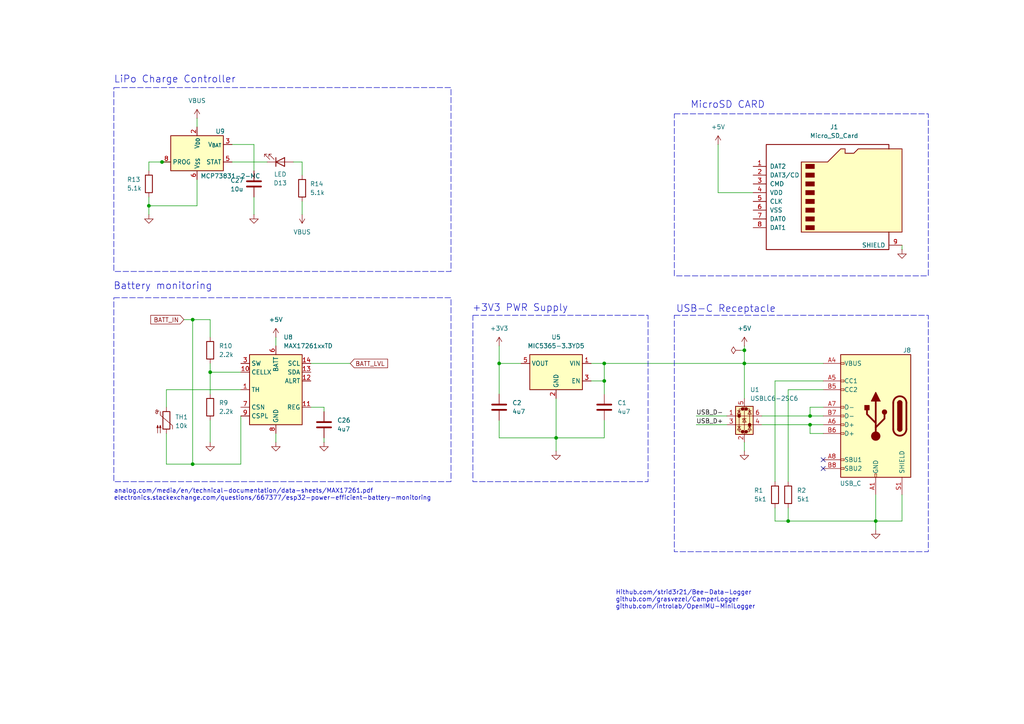
<source format=kicad_sch>
(kicad_sch
	(version 20231120)
	(generator "eeschema")
	(generator_version "8.0")
	(uuid "f78e4e77-d9fb-4df2-a236-0e88d57558a5")
	(paper "A4")
	(lib_symbols
		(symbol "Battery_Management:MAX17261xxTD"
			(exclude_from_sim no)
			(in_bom yes)
			(on_board yes)
			(property "Reference" "U"
				(at -6.985 11.43 0)
				(effects
					(font
						(size 1.27 1.27)
					)
				)
			)
			(property "Value" "MAX17261xxTD"
				(at 8.255 11.43 0)
				(effects
					(font
						(size 1.27 1.27)
					)
				)
			)
			(property "Footprint" "Package_DFN_QFN:TDFN-14-1EP_3x3mm_P0.4mm_EP1.78x2.35mm"
				(at 0 -30.48 0)
				(effects
					(font
						(size 1.27 1.27)
					)
					(hide yes)
				)
			)
			(property "Datasheet" "https://datasheets.maximintegrated.com/en/ds/MAX17261.pdf"
				(at 15.24 2.54 0)
				(effects
					(font
						(size 1.27 1.27)
					)
					(hide yes)
				)
			)
			(property "Description" "5.1μA Multi-Cell Fuel Gauge with ModelGauge m5 EZ, TDFN-14"
				(at 0 0 0)
				(effects
					(font
						(size 1.27 1.27)
					)
					(hide yes)
				)
			)
			(property "ki_keywords" "Charge pump battery"
				(at 0 0 0)
				(effects
					(font
						(size 1.27 1.27)
					)
					(hide yes)
				)
			)
			(property "ki_fp_filters" "TDFN*1EP*3x3mm*P0.4mm*"
				(at 0 0 0)
				(effects
					(font
						(size 1.27 1.27)
					)
					(hide yes)
				)
			)
			(symbol "MAX17261xxTD_0_1"
				(rectangle
					(start -7.62 10.16)
					(end 7.62 -10.16)
					(stroke
						(width 0.254)
						(type default)
					)
					(fill
						(type background)
					)
				)
			)
			(symbol "MAX17261xxTD_1_1"
				(pin passive line
					(at -10.16 0 0)
					(length 2.54)
					(name "TH"
						(effects
							(font
								(size 1.27 1.27)
							)
						)
					)
					(number "1"
						(effects
							(font
								(size 1.27 1.27)
							)
						)
					)
				)
				(pin input line
					(at -10.16 5.08 0)
					(length 2.54)
					(name "CELLX"
						(effects
							(font
								(size 1.27 1.27)
							)
						)
					)
					(number "10"
						(effects
							(font
								(size 1.27 1.27)
							)
						)
					)
				)
				(pin power_out line
					(at 10.16 -5.08 180)
					(length 2.54)
					(name "REG"
						(effects
							(font
								(size 1.27 1.27)
							)
						)
					)
					(number "11"
						(effects
							(font
								(size 1.27 1.27)
							)
						)
					)
				)
				(pin open_collector line
					(at 10.16 2.54 180)
					(length 2.54)
					(name "ALRT"
						(effects
							(font
								(size 1.27 1.27)
							)
						)
					)
					(number "12"
						(effects
							(font
								(size 1.27 1.27)
							)
						)
					)
				)
				(pin bidirectional line
					(at 10.16 5.08 180)
					(length 2.54)
					(name "SDA"
						(effects
							(font
								(size 1.27 1.27)
							)
						)
					)
					(number "13"
						(effects
							(font
								(size 1.27 1.27)
							)
						)
					)
				)
				(pin input line
					(at 10.16 7.62 180)
					(length 2.54)
					(name "SCL"
						(effects
							(font
								(size 1.27 1.27)
							)
						)
					)
					(number "14"
						(effects
							(font
								(size 1.27 1.27)
							)
						)
					)
				)
				(pin passive line
					(at 0 -12.7 90)
					(length 2.54) hide
					(name "GND"
						(effects
							(font
								(size 1.27 1.27)
							)
						)
					)
					(number "15"
						(effects
							(font
								(size 1.27 1.27)
							)
						)
					)
				)
				(pin no_connect line
					(at 2.54 -10.16 90)
					(length 2.54) hide
					(name "NC"
						(effects
							(font
								(size 1.27 1.27)
							)
						)
					)
					(number "2"
						(effects
							(font
								(size 1.27 1.27)
							)
						)
					)
				)
				(pin output line
					(at -10.16 7.62 0)
					(length 2.54)
					(name "SW"
						(effects
							(font
								(size 1.27 1.27)
							)
						)
					)
					(number "3"
						(effects
							(font
								(size 1.27 1.27)
							)
						)
					)
				)
				(pin no_connect line
					(at -2.54 -10.16 90)
					(length 2.54) hide
					(name "NC"
						(effects
							(font
								(size 1.27 1.27)
							)
						)
					)
					(number "4"
						(effects
							(font
								(size 1.27 1.27)
							)
						)
					)
				)
				(pin no_connect line
					(at 5.08 -10.16 90)
					(length 2.54) hide
					(name "NC"
						(effects
							(font
								(size 1.27 1.27)
							)
						)
					)
					(number "5"
						(effects
							(font
								(size 1.27 1.27)
							)
						)
					)
				)
				(pin power_in line
					(at 0 12.7 270)
					(length 2.54)
					(name "BATT"
						(effects
							(font
								(size 1.27 1.27)
							)
						)
					)
					(number "6"
						(effects
							(font
								(size 1.27 1.27)
							)
						)
					)
				)
				(pin passive line
					(at -10.16 -5.08 0)
					(length 2.54)
					(name "CSN"
						(effects
							(font
								(size 1.27 1.27)
							)
						)
					)
					(number "7"
						(effects
							(font
								(size 1.27 1.27)
							)
						)
					)
				)
				(pin power_in line
					(at 0 -12.7 90)
					(length 2.54)
					(name "GND"
						(effects
							(font
								(size 1.27 1.27)
							)
						)
					)
					(number "8"
						(effects
							(font
								(size 1.27 1.27)
							)
						)
					)
				)
				(pin passive line
					(at -10.16 -7.62 0)
					(length 2.54)
					(name "CSPL"
						(effects
							(font
								(size 1.27 1.27)
							)
						)
					)
					(number "9"
						(effects
							(font
								(size 1.27 1.27)
							)
						)
					)
				)
			)
		)
		(symbol "Battery_Management:MCP73831-2-MC"
			(exclude_from_sim no)
			(in_bom yes)
			(on_board yes)
			(property "Reference" "U"
				(at -7.62 6.35 0)
				(effects
					(font
						(size 1.27 1.27)
					)
					(justify left)
				)
			)
			(property "Value" "MCP73831-2-MC"
				(at 1.27 6.35 0)
				(effects
					(font
						(size 1.27 1.27)
					)
					(justify left)
				)
			)
			(property "Footprint" "Package_DFN_QFN:DFN-8-1EP_3x2mm_P0.5mm_EP1.7x1.4mm"
				(at 1.27 -6.35 0)
				(effects
					(font
						(size 1.27 1.27)
						(italic yes)
					)
					(justify left)
					(hide yes)
				)
			)
			(property "Datasheet" "http://ww1.microchip.com/downloads/en/DeviceDoc/20001984g.pdf"
				(at -3.81 -1.27 0)
				(effects
					(font
						(size 1.27 1.27)
					)
					(hide yes)
				)
			)
			(property "Description" "Single cell, Li-Ion/Li-Po charge management controller, 4.20V, Tri-State Status Output, in DFN-8 package"
				(at 0 0 0)
				(effects
					(font
						(size 1.27 1.27)
					)
					(hide yes)
				)
			)
			(property "ki_keywords" "battery charger lithium"
				(at 0 0 0)
				(effects
					(font
						(size 1.27 1.27)
					)
					(hide yes)
				)
			)
			(property "ki_fp_filters" "DFN*3x2mm*P0.5mm*EP1.7x1.4mm*"
				(at 0 0 0)
				(effects
					(font
						(size 1.27 1.27)
					)
					(hide yes)
				)
			)
			(symbol "MCP73831-2-MC_0_1"
				(rectangle
					(start -7.62 5.08)
					(end 7.62 -5.08)
					(stroke
						(width 0.254)
						(type default)
					)
					(fill
						(type background)
					)
				)
			)
			(symbol "MCP73831-2-MC_1_1"
				(pin passive line
					(at 0 7.62 270)
					(length 2.54) hide
					(name "V_{DD}"
						(effects
							(font
								(size 1.27 1.27)
							)
						)
					)
					(number "1"
						(effects
							(font
								(size 1.27 1.27)
							)
						)
					)
				)
				(pin power_in line
					(at 0 7.62 270)
					(length 2.54)
					(name "V_{DD}"
						(effects
							(font
								(size 1.27 1.27)
							)
						)
					)
					(number "2"
						(effects
							(font
								(size 1.27 1.27)
							)
						)
					)
				)
				(pin power_out line
					(at 10.16 2.54 180)
					(length 2.54)
					(name "V_{BAT}"
						(effects
							(font
								(size 1.27 1.27)
							)
						)
					)
					(number "3"
						(effects
							(font
								(size 1.27 1.27)
							)
						)
					)
				)
				(pin passive line
					(at 10.16 2.54 180)
					(length 2.54) hide
					(name "V_{BAT}"
						(effects
							(font
								(size 1.27 1.27)
							)
						)
					)
					(number "4"
						(effects
							(font
								(size 1.27 1.27)
							)
						)
					)
				)
				(pin tri_state line
					(at 10.16 -2.54 180)
					(length 2.54)
					(name "STAT"
						(effects
							(font
								(size 1.27 1.27)
							)
						)
					)
					(number "5"
						(effects
							(font
								(size 1.27 1.27)
							)
						)
					)
				)
				(pin power_in line
					(at 0 -7.62 90)
					(length 2.54)
					(name "V_{SS}"
						(effects
							(font
								(size 1.27 1.27)
							)
						)
					)
					(number "6"
						(effects
							(font
								(size 1.27 1.27)
							)
						)
					)
				)
				(pin no_connect line
					(at -7.62 2.54 0)
					(length 2.54) hide
					(name "NC"
						(effects
							(font
								(size 1.27 1.27)
							)
						)
					)
					(number "7"
						(effects
							(font
								(size 1.27 1.27)
							)
						)
					)
				)
				(pin input line
					(at -10.16 -2.54 0)
					(length 2.54)
					(name "PROG"
						(effects
							(font
								(size 1.27 1.27)
							)
						)
					)
					(number "8"
						(effects
							(font
								(size 1.27 1.27)
							)
						)
					)
				)
			)
		)
		(symbol "Connector:Micro_SD_Card"
			(pin_names
				(offset 1.016)
			)
			(exclude_from_sim no)
			(in_bom yes)
			(on_board yes)
			(property "Reference" "J"
				(at -16.51 15.24 0)
				(effects
					(font
						(size 1.27 1.27)
					)
				)
			)
			(property "Value" "Micro_SD_Card"
				(at 16.51 15.24 0)
				(effects
					(font
						(size 1.27 1.27)
					)
					(justify right)
				)
			)
			(property "Footprint" ""
				(at 29.21 7.62 0)
				(effects
					(font
						(size 1.27 1.27)
					)
					(hide yes)
				)
			)
			(property "Datasheet" "http://katalog.we-online.de/em/datasheet/693072010801.pdf"
				(at 0 0 0)
				(effects
					(font
						(size 1.27 1.27)
					)
					(hide yes)
				)
			)
			(property "Description" "Micro SD Card Socket"
				(at 0 0 0)
				(effects
					(font
						(size 1.27 1.27)
					)
					(hide yes)
				)
			)
			(property "ki_keywords" "connector SD microsd"
				(at 0 0 0)
				(effects
					(font
						(size 1.27 1.27)
					)
					(hide yes)
				)
			)
			(property "ki_fp_filters" "microSD*"
				(at 0 0 0)
				(effects
					(font
						(size 1.27 1.27)
					)
					(hide yes)
				)
			)
			(symbol "Micro_SD_Card_0_1"
				(rectangle
					(start -7.62 -9.525)
					(end -5.08 -10.795)
					(stroke
						(width 0)
						(type default)
					)
					(fill
						(type outline)
					)
				)
				(rectangle
					(start -7.62 -6.985)
					(end -5.08 -8.255)
					(stroke
						(width 0)
						(type default)
					)
					(fill
						(type outline)
					)
				)
				(rectangle
					(start -7.62 -4.445)
					(end -5.08 -5.715)
					(stroke
						(width 0)
						(type default)
					)
					(fill
						(type outline)
					)
				)
				(rectangle
					(start -7.62 -1.905)
					(end -5.08 -3.175)
					(stroke
						(width 0)
						(type default)
					)
					(fill
						(type outline)
					)
				)
				(rectangle
					(start -7.62 0.635)
					(end -5.08 -0.635)
					(stroke
						(width 0)
						(type default)
					)
					(fill
						(type outline)
					)
				)
				(rectangle
					(start -7.62 3.175)
					(end -5.08 1.905)
					(stroke
						(width 0)
						(type default)
					)
					(fill
						(type outline)
					)
				)
				(rectangle
					(start -7.62 5.715)
					(end -5.08 4.445)
					(stroke
						(width 0)
						(type default)
					)
					(fill
						(type outline)
					)
				)
				(rectangle
					(start -7.62 8.255)
					(end -5.08 6.985)
					(stroke
						(width 0)
						(type default)
					)
					(fill
						(type outline)
					)
				)
				(polyline
					(pts
						(xy 16.51 12.7) (xy 16.51 13.97) (xy -19.05 13.97) (xy -19.05 -16.51) (xy 16.51 -16.51) (xy 16.51 -11.43)
					)
					(stroke
						(width 0.254)
						(type default)
					)
					(fill
						(type none)
					)
				)
				(polyline
					(pts
						(xy -8.89 -11.43) (xy -8.89 8.89) (xy -1.27 8.89) (xy 2.54 12.7) (xy 3.81 12.7) (xy 3.81 11.43)
						(xy 6.35 11.43) (xy 7.62 12.7) (xy 20.32 12.7) (xy 20.32 -11.43) (xy -8.89 -11.43)
					)
					(stroke
						(width 0.254)
						(type default)
					)
					(fill
						(type background)
					)
				)
			)
			(symbol "Micro_SD_Card_1_1"
				(pin bidirectional line
					(at -22.86 7.62 0)
					(length 3.81)
					(name "DAT2"
						(effects
							(font
								(size 1.27 1.27)
							)
						)
					)
					(number "1"
						(effects
							(font
								(size 1.27 1.27)
							)
						)
					)
				)
				(pin bidirectional line
					(at -22.86 5.08 0)
					(length 3.81)
					(name "DAT3/CD"
						(effects
							(font
								(size 1.27 1.27)
							)
						)
					)
					(number "2"
						(effects
							(font
								(size 1.27 1.27)
							)
						)
					)
				)
				(pin input line
					(at -22.86 2.54 0)
					(length 3.81)
					(name "CMD"
						(effects
							(font
								(size 1.27 1.27)
							)
						)
					)
					(number "3"
						(effects
							(font
								(size 1.27 1.27)
							)
						)
					)
				)
				(pin power_in line
					(at -22.86 0 0)
					(length 3.81)
					(name "VDD"
						(effects
							(font
								(size 1.27 1.27)
							)
						)
					)
					(number "4"
						(effects
							(font
								(size 1.27 1.27)
							)
						)
					)
				)
				(pin input line
					(at -22.86 -2.54 0)
					(length 3.81)
					(name "CLK"
						(effects
							(font
								(size 1.27 1.27)
							)
						)
					)
					(number "5"
						(effects
							(font
								(size 1.27 1.27)
							)
						)
					)
				)
				(pin power_in line
					(at -22.86 -5.08 0)
					(length 3.81)
					(name "VSS"
						(effects
							(font
								(size 1.27 1.27)
							)
						)
					)
					(number "6"
						(effects
							(font
								(size 1.27 1.27)
							)
						)
					)
				)
				(pin bidirectional line
					(at -22.86 -7.62 0)
					(length 3.81)
					(name "DAT0"
						(effects
							(font
								(size 1.27 1.27)
							)
						)
					)
					(number "7"
						(effects
							(font
								(size 1.27 1.27)
							)
						)
					)
				)
				(pin bidirectional line
					(at -22.86 -10.16 0)
					(length 3.81)
					(name "DAT1"
						(effects
							(font
								(size 1.27 1.27)
							)
						)
					)
					(number "8"
						(effects
							(font
								(size 1.27 1.27)
							)
						)
					)
				)
				(pin passive line
					(at 20.32 -15.24 180)
					(length 3.81)
					(name "SHIELD"
						(effects
							(font
								(size 1.27 1.27)
							)
						)
					)
					(number "9"
						(effects
							(font
								(size 1.27 1.27)
							)
						)
					)
				)
			)
		)
		(symbol "Connector:USB_C_Receptacle_USB2.0_16P"
			(pin_names
				(offset 1.016)
			)
			(exclude_from_sim no)
			(in_bom yes)
			(on_board yes)
			(property "Reference" "J"
				(at 0 22.225 0)
				(effects
					(font
						(size 1.27 1.27)
					)
				)
			)
			(property "Value" "USB_C_Receptacle_USB2.0_16P"
				(at 0 19.685 0)
				(effects
					(font
						(size 1.27 1.27)
					)
				)
			)
			(property "Footprint" ""
				(at 3.81 0 0)
				(effects
					(font
						(size 1.27 1.27)
					)
					(hide yes)
				)
			)
			(property "Datasheet" "https://www.usb.org/sites/default/files/documents/usb_type-c.zip"
				(at 3.81 0 0)
				(effects
					(font
						(size 1.27 1.27)
					)
					(hide yes)
				)
			)
			(property "Description" "USB 2.0-only 16P Type-C Receptacle connector"
				(at 0 0 0)
				(effects
					(font
						(size 1.27 1.27)
					)
					(hide yes)
				)
			)
			(property "ki_keywords" "usb universal serial bus type-C USB2.0"
				(at 0 0 0)
				(effects
					(font
						(size 1.27 1.27)
					)
					(hide yes)
				)
			)
			(property "ki_fp_filters" "USB*C*Receptacle*"
				(at 0 0 0)
				(effects
					(font
						(size 1.27 1.27)
					)
					(hide yes)
				)
			)
			(symbol "USB_C_Receptacle_USB2.0_16P_0_0"
				(rectangle
					(start -0.254 -17.78)
					(end 0.254 -16.764)
					(stroke
						(width 0)
						(type default)
					)
					(fill
						(type none)
					)
				)
				(rectangle
					(start 10.16 -14.986)
					(end 9.144 -15.494)
					(stroke
						(width 0)
						(type default)
					)
					(fill
						(type none)
					)
				)
				(rectangle
					(start 10.16 -12.446)
					(end 9.144 -12.954)
					(stroke
						(width 0)
						(type default)
					)
					(fill
						(type none)
					)
				)
				(rectangle
					(start 10.16 -4.826)
					(end 9.144 -5.334)
					(stroke
						(width 0)
						(type default)
					)
					(fill
						(type none)
					)
				)
				(rectangle
					(start 10.16 -2.286)
					(end 9.144 -2.794)
					(stroke
						(width 0)
						(type default)
					)
					(fill
						(type none)
					)
				)
				(rectangle
					(start 10.16 0.254)
					(end 9.144 -0.254)
					(stroke
						(width 0)
						(type default)
					)
					(fill
						(type none)
					)
				)
				(rectangle
					(start 10.16 2.794)
					(end 9.144 2.286)
					(stroke
						(width 0)
						(type default)
					)
					(fill
						(type none)
					)
				)
				(rectangle
					(start 10.16 7.874)
					(end 9.144 7.366)
					(stroke
						(width 0)
						(type default)
					)
					(fill
						(type none)
					)
				)
				(rectangle
					(start 10.16 10.414)
					(end 9.144 9.906)
					(stroke
						(width 0)
						(type default)
					)
					(fill
						(type none)
					)
				)
				(rectangle
					(start 10.16 15.494)
					(end 9.144 14.986)
					(stroke
						(width 0)
						(type default)
					)
					(fill
						(type none)
					)
				)
			)
			(symbol "USB_C_Receptacle_USB2.0_16P_0_1"
				(rectangle
					(start -10.16 17.78)
					(end 10.16 -17.78)
					(stroke
						(width 0.254)
						(type default)
					)
					(fill
						(type background)
					)
				)
				(arc
					(start -8.89 -3.81)
					(mid -6.985 -5.7067)
					(end -5.08 -3.81)
					(stroke
						(width 0.508)
						(type default)
					)
					(fill
						(type none)
					)
				)
				(arc
					(start -7.62 -3.81)
					(mid -6.985 -4.4423)
					(end -6.35 -3.81)
					(stroke
						(width 0.254)
						(type default)
					)
					(fill
						(type none)
					)
				)
				(arc
					(start -7.62 -3.81)
					(mid -6.985 -4.4423)
					(end -6.35 -3.81)
					(stroke
						(width 0.254)
						(type default)
					)
					(fill
						(type outline)
					)
				)
				(rectangle
					(start -7.62 -3.81)
					(end -6.35 3.81)
					(stroke
						(width 0.254)
						(type default)
					)
					(fill
						(type outline)
					)
				)
				(arc
					(start -6.35 3.81)
					(mid -6.985 4.4423)
					(end -7.62 3.81)
					(stroke
						(width 0.254)
						(type default)
					)
					(fill
						(type none)
					)
				)
				(arc
					(start -6.35 3.81)
					(mid -6.985 4.4423)
					(end -7.62 3.81)
					(stroke
						(width 0.254)
						(type default)
					)
					(fill
						(type outline)
					)
				)
				(arc
					(start -5.08 3.81)
					(mid -6.985 5.7067)
					(end -8.89 3.81)
					(stroke
						(width 0.508)
						(type default)
					)
					(fill
						(type none)
					)
				)
				(circle
					(center -2.54 1.143)
					(radius 0.635)
					(stroke
						(width 0.254)
						(type default)
					)
					(fill
						(type outline)
					)
				)
				(circle
					(center 0 -5.842)
					(radius 1.27)
					(stroke
						(width 0)
						(type default)
					)
					(fill
						(type outline)
					)
				)
				(polyline
					(pts
						(xy -8.89 -3.81) (xy -8.89 3.81)
					)
					(stroke
						(width 0.508)
						(type default)
					)
					(fill
						(type none)
					)
				)
				(polyline
					(pts
						(xy -5.08 3.81) (xy -5.08 -3.81)
					)
					(stroke
						(width 0.508)
						(type default)
					)
					(fill
						(type none)
					)
				)
				(polyline
					(pts
						(xy 0 -5.842) (xy 0 4.318)
					)
					(stroke
						(width 0.508)
						(type default)
					)
					(fill
						(type none)
					)
				)
				(polyline
					(pts
						(xy 0 -3.302) (xy -2.54 -0.762) (xy -2.54 0.508)
					)
					(stroke
						(width 0.508)
						(type default)
					)
					(fill
						(type none)
					)
				)
				(polyline
					(pts
						(xy 0 -2.032) (xy 2.54 0.508) (xy 2.54 1.778)
					)
					(stroke
						(width 0.508)
						(type default)
					)
					(fill
						(type none)
					)
				)
				(polyline
					(pts
						(xy -1.27 4.318) (xy 0 6.858) (xy 1.27 4.318) (xy -1.27 4.318)
					)
					(stroke
						(width 0.254)
						(type default)
					)
					(fill
						(type outline)
					)
				)
				(rectangle
					(start 1.905 1.778)
					(end 3.175 3.048)
					(stroke
						(width 0.254)
						(type default)
					)
					(fill
						(type outline)
					)
				)
			)
			(symbol "USB_C_Receptacle_USB2.0_16P_1_1"
				(pin passive line
					(at 0 -22.86 90)
					(length 5.08)
					(name "GND"
						(effects
							(font
								(size 1.27 1.27)
							)
						)
					)
					(number "A1"
						(effects
							(font
								(size 1.27 1.27)
							)
						)
					)
				)
				(pin passive line
					(at 0 -22.86 90)
					(length 5.08) hide
					(name "GND"
						(effects
							(font
								(size 1.27 1.27)
							)
						)
					)
					(number "A12"
						(effects
							(font
								(size 1.27 1.27)
							)
						)
					)
				)
				(pin passive line
					(at 15.24 15.24 180)
					(length 5.08)
					(name "VBUS"
						(effects
							(font
								(size 1.27 1.27)
							)
						)
					)
					(number "A4"
						(effects
							(font
								(size 1.27 1.27)
							)
						)
					)
				)
				(pin bidirectional line
					(at 15.24 10.16 180)
					(length 5.08)
					(name "CC1"
						(effects
							(font
								(size 1.27 1.27)
							)
						)
					)
					(number "A5"
						(effects
							(font
								(size 1.27 1.27)
							)
						)
					)
				)
				(pin bidirectional line
					(at 15.24 -2.54 180)
					(length 5.08)
					(name "D+"
						(effects
							(font
								(size 1.27 1.27)
							)
						)
					)
					(number "A6"
						(effects
							(font
								(size 1.27 1.27)
							)
						)
					)
				)
				(pin bidirectional line
					(at 15.24 2.54 180)
					(length 5.08)
					(name "D-"
						(effects
							(font
								(size 1.27 1.27)
							)
						)
					)
					(number "A7"
						(effects
							(font
								(size 1.27 1.27)
							)
						)
					)
				)
				(pin bidirectional line
					(at 15.24 -12.7 180)
					(length 5.08)
					(name "SBU1"
						(effects
							(font
								(size 1.27 1.27)
							)
						)
					)
					(number "A8"
						(effects
							(font
								(size 1.27 1.27)
							)
						)
					)
				)
				(pin passive line
					(at 15.24 15.24 180)
					(length 5.08) hide
					(name "VBUS"
						(effects
							(font
								(size 1.27 1.27)
							)
						)
					)
					(number "A9"
						(effects
							(font
								(size 1.27 1.27)
							)
						)
					)
				)
				(pin passive line
					(at 0 -22.86 90)
					(length 5.08) hide
					(name "GND"
						(effects
							(font
								(size 1.27 1.27)
							)
						)
					)
					(number "B1"
						(effects
							(font
								(size 1.27 1.27)
							)
						)
					)
				)
				(pin passive line
					(at 0 -22.86 90)
					(length 5.08) hide
					(name "GND"
						(effects
							(font
								(size 1.27 1.27)
							)
						)
					)
					(number "B12"
						(effects
							(font
								(size 1.27 1.27)
							)
						)
					)
				)
				(pin passive line
					(at 15.24 15.24 180)
					(length 5.08) hide
					(name "VBUS"
						(effects
							(font
								(size 1.27 1.27)
							)
						)
					)
					(number "B4"
						(effects
							(font
								(size 1.27 1.27)
							)
						)
					)
				)
				(pin bidirectional line
					(at 15.24 7.62 180)
					(length 5.08)
					(name "CC2"
						(effects
							(font
								(size 1.27 1.27)
							)
						)
					)
					(number "B5"
						(effects
							(font
								(size 1.27 1.27)
							)
						)
					)
				)
				(pin bidirectional line
					(at 15.24 -5.08 180)
					(length 5.08)
					(name "D+"
						(effects
							(font
								(size 1.27 1.27)
							)
						)
					)
					(number "B6"
						(effects
							(font
								(size 1.27 1.27)
							)
						)
					)
				)
				(pin bidirectional line
					(at 15.24 0 180)
					(length 5.08)
					(name "D-"
						(effects
							(font
								(size 1.27 1.27)
							)
						)
					)
					(number "B7"
						(effects
							(font
								(size 1.27 1.27)
							)
						)
					)
				)
				(pin bidirectional line
					(at 15.24 -15.24 180)
					(length 5.08)
					(name "SBU2"
						(effects
							(font
								(size 1.27 1.27)
							)
						)
					)
					(number "B8"
						(effects
							(font
								(size 1.27 1.27)
							)
						)
					)
				)
				(pin passive line
					(at 15.24 15.24 180)
					(length 5.08) hide
					(name "VBUS"
						(effects
							(font
								(size 1.27 1.27)
							)
						)
					)
					(number "B9"
						(effects
							(font
								(size 1.27 1.27)
							)
						)
					)
				)
				(pin passive line
					(at -7.62 -22.86 90)
					(length 5.08)
					(name "SHIELD"
						(effects
							(font
								(size 1.27 1.27)
							)
						)
					)
					(number "S1"
						(effects
							(font
								(size 1.27 1.27)
							)
						)
					)
				)
			)
		)
		(symbol "Device:C"
			(pin_numbers hide)
			(pin_names
				(offset 0.254)
			)
			(exclude_from_sim no)
			(in_bom yes)
			(on_board yes)
			(property "Reference" "C"
				(at 0.635 2.54 0)
				(effects
					(font
						(size 1.27 1.27)
					)
					(justify left)
				)
			)
			(property "Value" "C"
				(at 0.635 -2.54 0)
				(effects
					(font
						(size 1.27 1.27)
					)
					(justify left)
				)
			)
			(property "Footprint" ""
				(at 0.9652 -3.81 0)
				(effects
					(font
						(size 1.27 1.27)
					)
					(hide yes)
				)
			)
			(property "Datasheet" "~"
				(at 0 0 0)
				(effects
					(font
						(size 1.27 1.27)
					)
					(hide yes)
				)
			)
			(property "Description" "Unpolarized capacitor"
				(at 0 0 0)
				(effects
					(font
						(size 1.27 1.27)
					)
					(hide yes)
				)
			)
			(property "ki_keywords" "cap capacitor"
				(at 0 0 0)
				(effects
					(font
						(size 1.27 1.27)
					)
					(hide yes)
				)
			)
			(property "ki_fp_filters" "C_*"
				(at 0 0 0)
				(effects
					(font
						(size 1.27 1.27)
					)
					(hide yes)
				)
			)
			(symbol "C_0_1"
				(polyline
					(pts
						(xy -2.032 -0.762) (xy 2.032 -0.762)
					)
					(stroke
						(width 0.508)
						(type default)
					)
					(fill
						(type none)
					)
				)
				(polyline
					(pts
						(xy -2.032 0.762) (xy 2.032 0.762)
					)
					(stroke
						(width 0.508)
						(type default)
					)
					(fill
						(type none)
					)
				)
			)
			(symbol "C_1_1"
				(pin passive line
					(at 0 3.81 270)
					(length 2.794)
					(name "~"
						(effects
							(font
								(size 1.27 1.27)
							)
						)
					)
					(number "1"
						(effects
							(font
								(size 1.27 1.27)
							)
						)
					)
				)
				(pin passive line
					(at 0 -3.81 90)
					(length 2.794)
					(name "~"
						(effects
							(font
								(size 1.27 1.27)
							)
						)
					)
					(number "2"
						(effects
							(font
								(size 1.27 1.27)
							)
						)
					)
				)
			)
		)
		(symbol "Device:LED"
			(pin_numbers hide)
			(pin_names
				(offset 1.016) hide)
			(exclude_from_sim no)
			(in_bom yes)
			(on_board yes)
			(property "Reference" "D"
				(at 0 2.54 0)
				(effects
					(font
						(size 1.27 1.27)
					)
				)
			)
			(property "Value" "LED"
				(at 0 -2.54 0)
				(effects
					(font
						(size 1.27 1.27)
					)
				)
			)
			(property "Footprint" ""
				(at 0 0 0)
				(effects
					(font
						(size 1.27 1.27)
					)
					(hide yes)
				)
			)
			(property "Datasheet" "~"
				(at 0 0 0)
				(effects
					(font
						(size 1.27 1.27)
					)
					(hide yes)
				)
			)
			(property "Description" "Light emitting diode"
				(at 0 0 0)
				(effects
					(font
						(size 1.27 1.27)
					)
					(hide yes)
				)
			)
			(property "ki_keywords" "LED diode"
				(at 0 0 0)
				(effects
					(font
						(size 1.27 1.27)
					)
					(hide yes)
				)
			)
			(property "ki_fp_filters" "LED* LED_SMD:* LED_THT:*"
				(at 0 0 0)
				(effects
					(font
						(size 1.27 1.27)
					)
					(hide yes)
				)
			)
			(symbol "LED_0_1"
				(polyline
					(pts
						(xy -1.27 -1.27) (xy -1.27 1.27)
					)
					(stroke
						(width 0.254)
						(type default)
					)
					(fill
						(type none)
					)
				)
				(polyline
					(pts
						(xy -1.27 0) (xy 1.27 0)
					)
					(stroke
						(width 0)
						(type default)
					)
					(fill
						(type none)
					)
				)
				(polyline
					(pts
						(xy 1.27 -1.27) (xy 1.27 1.27) (xy -1.27 0) (xy 1.27 -1.27)
					)
					(stroke
						(width 0.254)
						(type default)
					)
					(fill
						(type none)
					)
				)
				(polyline
					(pts
						(xy -3.048 -0.762) (xy -4.572 -2.286) (xy -3.81 -2.286) (xy -4.572 -2.286) (xy -4.572 -1.524)
					)
					(stroke
						(width 0)
						(type default)
					)
					(fill
						(type none)
					)
				)
				(polyline
					(pts
						(xy -1.778 -0.762) (xy -3.302 -2.286) (xy -2.54 -2.286) (xy -3.302 -2.286) (xy -3.302 -1.524)
					)
					(stroke
						(width 0)
						(type default)
					)
					(fill
						(type none)
					)
				)
			)
			(symbol "LED_1_1"
				(pin passive line
					(at -3.81 0 0)
					(length 2.54)
					(name "K"
						(effects
							(font
								(size 1.27 1.27)
							)
						)
					)
					(number "1"
						(effects
							(font
								(size 1.27 1.27)
							)
						)
					)
				)
				(pin passive line
					(at 3.81 0 180)
					(length 2.54)
					(name "A"
						(effects
							(font
								(size 1.27 1.27)
							)
						)
					)
					(number "2"
						(effects
							(font
								(size 1.27 1.27)
							)
						)
					)
				)
			)
		)
		(symbol "Device:R"
			(pin_numbers hide)
			(pin_names
				(offset 0)
			)
			(exclude_from_sim no)
			(in_bom yes)
			(on_board yes)
			(property "Reference" "R"
				(at 2.032 0 90)
				(effects
					(font
						(size 1.27 1.27)
					)
				)
			)
			(property "Value" "R"
				(at 0 0 90)
				(effects
					(font
						(size 1.27 1.27)
					)
				)
			)
			(property "Footprint" ""
				(at -1.778 0 90)
				(effects
					(font
						(size 1.27 1.27)
					)
					(hide yes)
				)
			)
			(property "Datasheet" "~"
				(at 0 0 0)
				(effects
					(font
						(size 1.27 1.27)
					)
					(hide yes)
				)
			)
			(property "Description" "Resistor"
				(at 0 0 0)
				(effects
					(font
						(size 1.27 1.27)
					)
					(hide yes)
				)
			)
			(property "ki_keywords" "R res resistor"
				(at 0 0 0)
				(effects
					(font
						(size 1.27 1.27)
					)
					(hide yes)
				)
			)
			(property "ki_fp_filters" "R_*"
				(at 0 0 0)
				(effects
					(font
						(size 1.27 1.27)
					)
					(hide yes)
				)
			)
			(symbol "R_0_1"
				(rectangle
					(start -1.016 -2.54)
					(end 1.016 2.54)
					(stroke
						(width 0.254)
						(type default)
					)
					(fill
						(type none)
					)
				)
			)
			(symbol "R_1_1"
				(pin passive line
					(at 0 3.81 270)
					(length 1.27)
					(name "~"
						(effects
							(font
								(size 1.27 1.27)
							)
						)
					)
					(number "1"
						(effects
							(font
								(size 1.27 1.27)
							)
						)
					)
				)
				(pin passive line
					(at 0 -3.81 90)
					(length 1.27)
					(name "~"
						(effects
							(font
								(size 1.27 1.27)
							)
						)
					)
					(number "2"
						(effects
							(font
								(size 1.27 1.27)
							)
						)
					)
				)
			)
		)
		(symbol "Device:Thermistor_PTC"
			(pin_numbers hide)
			(pin_names
				(offset 0)
			)
			(exclude_from_sim no)
			(in_bom yes)
			(on_board yes)
			(property "Reference" "TH"
				(at -4.064 0 90)
				(effects
					(font
						(size 1.27 1.27)
					)
				)
			)
			(property "Value" "Thermistor_PTC"
				(at 3.048 0 90)
				(effects
					(font
						(size 1.27 1.27)
					)
				)
			)
			(property "Footprint" ""
				(at 1.27 -5.08 0)
				(effects
					(font
						(size 1.27 1.27)
					)
					(justify left)
					(hide yes)
				)
			)
			(property "Datasheet" "~"
				(at 0 0 0)
				(effects
					(font
						(size 1.27 1.27)
					)
					(hide yes)
				)
			)
			(property "Description" "Temperature dependent resistor, positive temperature coefficient"
				(at 0 0 0)
				(effects
					(font
						(size 1.27 1.27)
					)
					(hide yes)
				)
			)
			(property "ki_keywords" "resistor PTC thermistor sensor RTD"
				(at 0 0 0)
				(effects
					(font
						(size 1.27 1.27)
					)
					(hide yes)
				)
			)
			(property "ki_fp_filters" "*PTC* *Thermistor* PIN?ARRAY* bornier* *Terminal?Block* R_*"
				(at 0 0 0)
				(effects
					(font
						(size 1.27 1.27)
					)
					(hide yes)
				)
			)
			(symbol "Thermistor_PTC_0_1"
				(arc
					(start -3.048 2.159)
					(mid -3.0495 2.3143)
					(end -3.175 2.413)
					(stroke
						(width 0)
						(type default)
					)
					(fill
						(type none)
					)
				)
				(arc
					(start -3.048 2.159)
					(mid -2.9736 1.9794)
					(end -2.794 1.905)
					(stroke
						(width 0)
						(type default)
					)
					(fill
						(type none)
					)
				)
				(arc
					(start -3.048 2.794)
					(mid -2.9736 2.6144)
					(end -2.794 2.54)
					(stroke
						(width 0)
						(type default)
					)
					(fill
						(type none)
					)
				)
				(arc
					(start -2.794 1.905)
					(mid -2.6144 1.9794)
					(end -2.54 2.159)
					(stroke
						(width 0)
						(type default)
					)
					(fill
						(type none)
					)
				)
				(arc
					(start -2.794 2.54)
					(mid -2.4393 2.5587)
					(end -2.159 2.794)
					(stroke
						(width 0)
						(type default)
					)
					(fill
						(type none)
					)
				)
				(arc
					(start -2.794 3.048)
					(mid -2.9736 2.9736)
					(end -3.048 2.794)
					(stroke
						(width 0)
						(type default)
					)
					(fill
						(type none)
					)
				)
				(arc
					(start -2.54 2.794)
					(mid -2.6144 2.9736)
					(end -2.794 3.048)
					(stroke
						(width 0)
						(type default)
					)
					(fill
						(type none)
					)
				)
				(rectangle
					(start -1.016 2.54)
					(end 1.016 -2.54)
					(stroke
						(width 0.254)
						(type default)
					)
					(fill
						(type none)
					)
				)
				(polyline
					(pts
						(xy -2.54 2.159) (xy -2.54 2.794)
					)
					(stroke
						(width 0)
						(type default)
					)
					(fill
						(type none)
					)
				)
				(polyline
					(pts
						(xy -1.778 2.54) (xy -1.778 1.524) (xy 1.778 -1.524) (xy 1.778 -2.54)
					)
					(stroke
						(width 0)
						(type default)
					)
					(fill
						(type none)
					)
				)
				(polyline
					(pts
						(xy -2.54 -3.683) (xy -2.54 -1.397) (xy -2.794 -2.159) (xy -2.286 -2.159) (xy -2.54 -1.397) (xy -2.54 -1.651)
					)
					(stroke
						(width 0)
						(type default)
					)
					(fill
						(type outline)
					)
				)
				(polyline
					(pts
						(xy -1.778 -3.683) (xy -1.778 -1.397) (xy -2.032 -2.159) (xy -1.524 -2.159) (xy -1.778 -1.397)
						(xy -1.778 -1.651)
					)
					(stroke
						(width 0)
						(type default)
					)
					(fill
						(type outline)
					)
				)
			)
			(symbol "Thermistor_PTC_1_1"
				(pin passive line
					(at 0 3.81 270)
					(length 1.27)
					(name "~"
						(effects
							(font
								(size 1.27 1.27)
							)
						)
					)
					(number "1"
						(effects
							(font
								(size 1.27 1.27)
							)
						)
					)
				)
				(pin passive line
					(at 0 -3.81 90)
					(length 1.27)
					(name "~"
						(effects
							(font
								(size 1.27 1.27)
							)
						)
					)
					(number "2"
						(effects
							(font
								(size 1.27 1.27)
							)
						)
					)
				)
			)
		)
		(symbol "Power_Protection:USBLC6-2SC6"
			(pin_names hide)
			(exclude_from_sim no)
			(in_bom yes)
			(on_board yes)
			(property "Reference" "U"
				(at 0.635 5.715 0)
				(effects
					(font
						(size 1.27 1.27)
					)
					(justify left)
				)
			)
			(property "Value" "USBLC6-2SC6"
				(at 0.635 3.81 0)
				(effects
					(font
						(size 1.27 1.27)
					)
					(justify left)
				)
			)
			(property "Footprint" "Package_TO_SOT_SMD:SOT-23-6"
				(at 1.27 -6.35 0)
				(effects
					(font
						(size 1.27 1.27)
						(italic yes)
					)
					(justify left)
					(hide yes)
				)
			)
			(property "Datasheet" "https://www.st.com/resource/en/datasheet/usblc6-2.pdf"
				(at 1.27 -8.255 0)
				(effects
					(font
						(size 1.27 1.27)
					)
					(justify left)
					(hide yes)
				)
			)
			(property "Description" "Very low capacitance ESD protection diode, 2 data-line, SOT-23-6"
				(at 0 0 0)
				(effects
					(font
						(size 1.27 1.27)
					)
					(hide yes)
				)
			)
			(property "ki_keywords" "usb ethernet video"
				(at 0 0 0)
				(effects
					(font
						(size 1.27 1.27)
					)
					(hide yes)
				)
			)
			(property "ki_fp_filters" "SOT?23*"
				(at 0 0 0)
				(effects
					(font
						(size 1.27 1.27)
					)
					(hide yes)
				)
			)
			(symbol "USBLC6-2SC6_0_0"
				(circle
					(center -1.524 0)
					(radius 0.0001)
					(stroke
						(width 0.508)
						(type default)
					)
					(fill
						(type none)
					)
				)
				(circle
					(center -0.508 -4.572)
					(radius 0.0001)
					(stroke
						(width 0.508)
						(type default)
					)
					(fill
						(type none)
					)
				)
				(circle
					(center -0.508 2.032)
					(radius 0.0001)
					(stroke
						(width 0.508)
						(type default)
					)
					(fill
						(type none)
					)
				)
				(circle
					(center 0.508 -4.572)
					(radius 0.0001)
					(stroke
						(width 0.508)
						(type default)
					)
					(fill
						(type none)
					)
				)
				(circle
					(center 0.508 2.032)
					(radius 0.0001)
					(stroke
						(width 0.508)
						(type default)
					)
					(fill
						(type none)
					)
				)
				(circle
					(center 1.524 -2.54)
					(radius 0.0001)
					(stroke
						(width 0.508)
						(type default)
					)
					(fill
						(type none)
					)
				)
			)
			(symbol "USBLC6-2SC6_0_1"
				(polyline
					(pts
						(xy -2.54 -2.54) (xy 2.54 -2.54)
					)
					(stroke
						(width 0)
						(type default)
					)
					(fill
						(type none)
					)
				)
				(polyline
					(pts
						(xy -2.54 0) (xy 2.54 0)
					)
					(stroke
						(width 0)
						(type default)
					)
					(fill
						(type none)
					)
				)
				(polyline
					(pts
						(xy -2.032 -3.048) (xy -1.016 -3.048)
					)
					(stroke
						(width 0)
						(type default)
					)
					(fill
						(type none)
					)
				)
				(polyline
					(pts
						(xy -1.016 1.524) (xy -2.032 1.524)
					)
					(stroke
						(width 0)
						(type default)
					)
					(fill
						(type none)
					)
				)
				(polyline
					(pts
						(xy 1.016 -3.048) (xy 2.032 -3.048)
					)
					(stroke
						(width 0)
						(type default)
					)
					(fill
						(type none)
					)
				)
				(polyline
					(pts
						(xy 1.016 1.524) (xy 2.032 1.524)
					)
					(stroke
						(width 0)
						(type default)
					)
					(fill
						(type none)
					)
				)
				(polyline
					(pts
						(xy -0.508 -1.143) (xy -0.508 -0.762) (xy 0.508 -0.762)
					)
					(stroke
						(width 0)
						(type default)
					)
					(fill
						(type none)
					)
				)
				(polyline
					(pts
						(xy -2.032 0.508) (xy -1.016 0.508) (xy -1.524 1.524) (xy -2.032 0.508)
					)
					(stroke
						(width 0)
						(type default)
					)
					(fill
						(type none)
					)
				)
				(polyline
					(pts
						(xy -1.016 -4.064) (xy -2.032 -4.064) (xy -1.524 -3.048) (xy -1.016 -4.064)
					)
					(stroke
						(width 0)
						(type default)
					)
					(fill
						(type none)
					)
				)
				(polyline
					(pts
						(xy 0.508 -1.778) (xy -0.508 -1.778) (xy 0 -0.762) (xy 0.508 -1.778)
					)
					(stroke
						(width 0)
						(type default)
					)
					(fill
						(type none)
					)
				)
				(polyline
					(pts
						(xy 2.032 -4.064) (xy 1.016 -4.064) (xy 1.524 -3.048) (xy 2.032 -4.064)
					)
					(stroke
						(width 0)
						(type default)
					)
					(fill
						(type none)
					)
				)
				(polyline
					(pts
						(xy 2.032 0.508) (xy 1.016 0.508) (xy 1.524 1.524) (xy 2.032 0.508)
					)
					(stroke
						(width 0)
						(type default)
					)
					(fill
						(type none)
					)
				)
				(polyline
					(pts
						(xy 0 2.54) (xy -0.508 2.032) (xy 0.508 2.032) (xy 0 1.524) (xy 0 -4.064) (xy -0.508 -4.572) (xy 0.508 -4.572)
						(xy 0 -5.08)
					)
					(stroke
						(width 0)
						(type default)
					)
					(fill
						(type none)
					)
				)
			)
			(symbol "USBLC6-2SC6_1_1"
				(rectangle
					(start -2.54 2.794)
					(end 2.54 -5.334)
					(stroke
						(width 0.254)
						(type default)
					)
					(fill
						(type background)
					)
				)
				(polyline
					(pts
						(xy -0.508 2.032) (xy -1.524 2.032) (xy -1.524 -4.572) (xy -0.508 -4.572)
					)
					(stroke
						(width 0)
						(type default)
					)
					(fill
						(type none)
					)
				)
				(polyline
					(pts
						(xy 0.508 -4.572) (xy 1.524 -4.572) (xy 1.524 2.032) (xy 0.508 2.032)
					)
					(stroke
						(width 0)
						(type default)
					)
					(fill
						(type none)
					)
				)
				(pin passive line
					(at -5.08 0 0)
					(length 2.54)
					(name "I/O1"
						(effects
							(font
								(size 1.27 1.27)
							)
						)
					)
					(number "1"
						(effects
							(font
								(size 1.27 1.27)
							)
						)
					)
				)
				(pin passive line
					(at 0 -7.62 90)
					(length 2.54)
					(name "GND"
						(effects
							(font
								(size 1.27 1.27)
							)
						)
					)
					(number "2"
						(effects
							(font
								(size 1.27 1.27)
							)
						)
					)
				)
				(pin passive line
					(at -5.08 -2.54 0)
					(length 2.54)
					(name "I/O2"
						(effects
							(font
								(size 1.27 1.27)
							)
						)
					)
					(number "3"
						(effects
							(font
								(size 1.27 1.27)
							)
						)
					)
				)
				(pin passive line
					(at 5.08 -2.54 180)
					(length 2.54)
					(name "I/O2"
						(effects
							(font
								(size 1.27 1.27)
							)
						)
					)
					(number "4"
						(effects
							(font
								(size 1.27 1.27)
							)
						)
					)
				)
				(pin passive line
					(at 0 5.08 270)
					(length 2.54)
					(name "VBUS"
						(effects
							(font
								(size 1.27 1.27)
							)
						)
					)
					(number "5"
						(effects
							(font
								(size 1.27 1.27)
							)
						)
					)
				)
				(pin passive line
					(at 5.08 0 180)
					(length 2.54)
					(name "I/O1"
						(effects
							(font
								(size 1.27 1.27)
							)
						)
					)
					(number "6"
						(effects
							(font
								(size 1.27 1.27)
							)
						)
					)
				)
			)
		)
		(symbol "Regulator_Linear:MIC5365-3.3YD5"
			(exclude_from_sim no)
			(in_bom yes)
			(on_board yes)
			(property "Reference" "U"
				(at -7.62 6.35 0)
				(effects
					(font
						(size 1.27 1.27)
					)
					(justify left)
				)
			)
			(property "Value" "MIC5365-3.3YD5"
				(at 0 6.35 0)
				(effects
					(font
						(size 1.27 1.27)
					)
					(justify left)
				)
			)
			(property "Footprint" "Package_TO_SOT_SMD:SOT-23-5"
				(at 0 8.89 0)
				(effects
					(font
						(size 1.27 1.27)
					)
					(hide yes)
				)
			)
			(property "Datasheet" "http://ww1.microchip.com/downloads/en/DeviceDoc/mic5365.pdf"
				(at -6.35 6.35 0)
				(effects
					(font
						(size 1.27 1.27)
					)
					(hide yes)
				)
			)
			(property "Description" "150mA Low-dropout Voltage Regulator, Vout 3.3V, Vin up to 5.5V, SOT-23-5"
				(at 0 0 0)
				(effects
					(font
						(size 1.27 1.27)
					)
					(hide yes)
				)
			)
			(property "ki_keywords" "Micrel LDO voltage regulator"
				(at 0 0 0)
				(effects
					(font
						(size 1.27 1.27)
					)
					(hide yes)
				)
			)
			(property "ki_fp_filters" "SOT?23*"
				(at 0 0 0)
				(effects
					(font
						(size 1.27 1.27)
					)
					(hide yes)
				)
			)
			(symbol "MIC5365-3.3YD5_0_1"
				(rectangle
					(start -7.62 -5.08)
					(end 7.62 5.08)
					(stroke
						(width 0.254)
						(type default)
					)
					(fill
						(type background)
					)
				)
			)
			(symbol "MIC5365-3.3YD5_1_1"
				(pin power_in line
					(at -10.16 2.54 0)
					(length 2.54)
					(name "VIN"
						(effects
							(font
								(size 1.27 1.27)
							)
						)
					)
					(number "1"
						(effects
							(font
								(size 1.27 1.27)
							)
						)
					)
				)
				(pin power_in line
					(at 0 -7.62 90)
					(length 2.54)
					(name "GND"
						(effects
							(font
								(size 1.27 1.27)
							)
						)
					)
					(number "2"
						(effects
							(font
								(size 1.27 1.27)
							)
						)
					)
				)
				(pin input line
					(at -10.16 -2.54 0)
					(length 2.54)
					(name "EN"
						(effects
							(font
								(size 1.27 1.27)
							)
						)
					)
					(number "3"
						(effects
							(font
								(size 1.27 1.27)
							)
						)
					)
				)
				(pin no_connect line
					(at 7.62 -2.54 180)
					(length 2.54) hide
					(name "NC"
						(effects
							(font
								(size 1.27 1.27)
							)
						)
					)
					(number "4"
						(effects
							(font
								(size 1.27 1.27)
							)
						)
					)
				)
				(pin power_out line
					(at 10.16 2.54 180)
					(length 2.54)
					(name "VOUT"
						(effects
							(font
								(size 1.27 1.27)
							)
						)
					)
					(number "5"
						(effects
							(font
								(size 1.27 1.27)
							)
						)
					)
				)
			)
		)
		(symbol "power:+3V3"
			(power)
			(pin_numbers hide)
			(pin_names
				(offset 0) hide)
			(exclude_from_sim no)
			(in_bom yes)
			(on_board yes)
			(property "Reference" "#PWR"
				(at 0 -3.81 0)
				(effects
					(font
						(size 1.27 1.27)
					)
					(hide yes)
				)
			)
			(property "Value" "+3V3"
				(at 0 3.556 0)
				(effects
					(font
						(size 1.27 1.27)
					)
				)
			)
			(property "Footprint" ""
				(at 0 0 0)
				(effects
					(font
						(size 1.27 1.27)
					)
					(hide yes)
				)
			)
			(property "Datasheet" ""
				(at 0 0 0)
				(effects
					(font
						(size 1.27 1.27)
					)
					(hide yes)
				)
			)
			(property "Description" "Power symbol creates a global label with name \"+3V3\""
				(at 0 0 0)
				(effects
					(font
						(size 1.27 1.27)
					)
					(hide yes)
				)
			)
			(property "ki_keywords" "global power"
				(at 0 0 0)
				(effects
					(font
						(size 1.27 1.27)
					)
					(hide yes)
				)
			)
			(symbol "+3V3_0_1"
				(polyline
					(pts
						(xy -0.762 1.27) (xy 0 2.54)
					)
					(stroke
						(width 0)
						(type default)
					)
					(fill
						(type none)
					)
				)
				(polyline
					(pts
						(xy 0 0) (xy 0 2.54)
					)
					(stroke
						(width 0)
						(type default)
					)
					(fill
						(type none)
					)
				)
				(polyline
					(pts
						(xy 0 2.54) (xy 0.762 1.27)
					)
					(stroke
						(width 0)
						(type default)
					)
					(fill
						(type none)
					)
				)
			)
			(symbol "+3V3_1_1"
				(pin power_in line
					(at 0 0 90)
					(length 0)
					(name "~"
						(effects
							(font
								(size 1.27 1.27)
							)
						)
					)
					(number "1"
						(effects
							(font
								(size 1.27 1.27)
							)
						)
					)
				)
			)
		)
		(symbol "power:+5V"
			(power)
			(pin_numbers hide)
			(pin_names
				(offset 0) hide)
			(exclude_from_sim no)
			(in_bom yes)
			(on_board yes)
			(property "Reference" "#PWR"
				(at 0 -3.81 0)
				(effects
					(font
						(size 1.27 1.27)
					)
					(hide yes)
				)
			)
			(property "Value" "+5V"
				(at 0 3.556 0)
				(effects
					(font
						(size 1.27 1.27)
					)
				)
			)
			(property "Footprint" ""
				(at 0 0 0)
				(effects
					(font
						(size 1.27 1.27)
					)
					(hide yes)
				)
			)
			(property "Datasheet" ""
				(at 0 0 0)
				(effects
					(font
						(size 1.27 1.27)
					)
					(hide yes)
				)
			)
			(property "Description" "Power symbol creates a global label with name \"+5V\""
				(at 0 0 0)
				(effects
					(font
						(size 1.27 1.27)
					)
					(hide yes)
				)
			)
			(property "ki_keywords" "global power"
				(at 0 0 0)
				(effects
					(font
						(size 1.27 1.27)
					)
					(hide yes)
				)
			)
			(symbol "+5V_0_1"
				(polyline
					(pts
						(xy -0.762 1.27) (xy 0 2.54)
					)
					(stroke
						(width 0)
						(type default)
					)
					(fill
						(type none)
					)
				)
				(polyline
					(pts
						(xy 0 0) (xy 0 2.54)
					)
					(stroke
						(width 0)
						(type default)
					)
					(fill
						(type none)
					)
				)
				(polyline
					(pts
						(xy 0 2.54) (xy 0.762 1.27)
					)
					(stroke
						(width 0)
						(type default)
					)
					(fill
						(type none)
					)
				)
			)
			(symbol "+5V_1_1"
				(pin power_in line
					(at 0 0 90)
					(length 0)
					(name "~"
						(effects
							(font
								(size 1.27 1.27)
							)
						)
					)
					(number "1"
						(effects
							(font
								(size 1.27 1.27)
							)
						)
					)
				)
			)
		)
		(symbol "power:GND"
			(power)
			(pin_numbers hide)
			(pin_names
				(offset 0) hide)
			(exclude_from_sim no)
			(in_bom yes)
			(on_board yes)
			(property "Reference" "#PWR"
				(at 0 -6.35 0)
				(effects
					(font
						(size 1.27 1.27)
					)
					(hide yes)
				)
			)
			(property "Value" "GND"
				(at 0 -3.81 0)
				(effects
					(font
						(size 1.27 1.27)
					)
				)
			)
			(property "Footprint" ""
				(at 0 0 0)
				(effects
					(font
						(size 1.27 1.27)
					)
					(hide yes)
				)
			)
			(property "Datasheet" ""
				(at 0 0 0)
				(effects
					(font
						(size 1.27 1.27)
					)
					(hide yes)
				)
			)
			(property "Description" "Power symbol creates a global label with name \"GND\" , ground"
				(at 0 0 0)
				(effects
					(font
						(size 1.27 1.27)
					)
					(hide yes)
				)
			)
			(property "ki_keywords" "global power"
				(at 0 0 0)
				(effects
					(font
						(size 1.27 1.27)
					)
					(hide yes)
				)
			)
			(symbol "GND_0_1"
				(polyline
					(pts
						(xy 0 0) (xy 0 -1.27) (xy 1.27 -1.27) (xy 0 -2.54) (xy -1.27 -1.27) (xy 0 -1.27)
					)
					(stroke
						(width 0)
						(type default)
					)
					(fill
						(type none)
					)
				)
			)
			(symbol "GND_1_1"
				(pin power_in line
					(at 0 0 270)
					(length 0)
					(name "~"
						(effects
							(font
								(size 1.27 1.27)
							)
						)
					)
					(number "1"
						(effects
							(font
								(size 1.27 1.27)
							)
						)
					)
				)
			)
		)
		(symbol "power:PWR_FLAG"
			(power)
			(pin_numbers hide)
			(pin_names
				(offset 0) hide)
			(exclude_from_sim no)
			(in_bom yes)
			(on_board yes)
			(property "Reference" "#FLG"
				(at 0 1.905 0)
				(effects
					(font
						(size 1.27 1.27)
					)
					(hide yes)
				)
			)
			(property "Value" "PWR_FLAG"
				(at 0 3.81 0)
				(effects
					(font
						(size 1.27 1.27)
					)
				)
			)
			(property "Footprint" ""
				(at 0 0 0)
				(effects
					(font
						(size 1.27 1.27)
					)
					(hide yes)
				)
			)
			(property "Datasheet" "~"
				(at 0 0 0)
				(effects
					(font
						(size 1.27 1.27)
					)
					(hide yes)
				)
			)
			(property "Description" "Special symbol for telling ERC where power comes from"
				(at 0 0 0)
				(effects
					(font
						(size 1.27 1.27)
					)
					(hide yes)
				)
			)
			(property "ki_keywords" "flag power"
				(at 0 0 0)
				(effects
					(font
						(size 1.27 1.27)
					)
					(hide yes)
				)
			)
			(symbol "PWR_FLAG_0_0"
				(pin power_out line
					(at 0 0 90)
					(length 0)
					(name "~"
						(effects
							(font
								(size 1.27 1.27)
							)
						)
					)
					(number "1"
						(effects
							(font
								(size 1.27 1.27)
							)
						)
					)
				)
			)
			(symbol "PWR_FLAG_0_1"
				(polyline
					(pts
						(xy 0 0) (xy 0 1.27) (xy -1.016 1.905) (xy 0 2.54) (xy 1.016 1.905) (xy 0 1.27)
					)
					(stroke
						(width 0)
						(type default)
					)
					(fill
						(type none)
					)
				)
			)
		)
		(symbol "power:VBUS"
			(power)
			(pin_numbers hide)
			(pin_names
				(offset 0) hide)
			(exclude_from_sim no)
			(in_bom yes)
			(on_board yes)
			(property "Reference" "#PWR"
				(at 0 -3.81 0)
				(effects
					(font
						(size 1.27 1.27)
					)
					(hide yes)
				)
			)
			(property "Value" "VBUS"
				(at 0 3.556 0)
				(effects
					(font
						(size 1.27 1.27)
					)
				)
			)
			(property "Footprint" ""
				(at 0 0 0)
				(effects
					(font
						(size 1.27 1.27)
					)
					(hide yes)
				)
			)
			(property "Datasheet" ""
				(at 0 0 0)
				(effects
					(font
						(size 1.27 1.27)
					)
					(hide yes)
				)
			)
			(property "Description" "Power symbol creates a global label with name \"VBUS\""
				(at 0 0 0)
				(effects
					(font
						(size 1.27 1.27)
					)
					(hide yes)
				)
			)
			(property "ki_keywords" "global power"
				(at 0 0 0)
				(effects
					(font
						(size 1.27 1.27)
					)
					(hide yes)
				)
			)
			(symbol "VBUS_0_1"
				(polyline
					(pts
						(xy -0.762 1.27) (xy 0 2.54)
					)
					(stroke
						(width 0)
						(type default)
					)
					(fill
						(type none)
					)
				)
				(polyline
					(pts
						(xy 0 0) (xy 0 2.54)
					)
					(stroke
						(width 0)
						(type default)
					)
					(fill
						(type none)
					)
				)
				(polyline
					(pts
						(xy 0 2.54) (xy 0.762 1.27)
					)
					(stroke
						(width 0)
						(type default)
					)
					(fill
						(type none)
					)
				)
			)
			(symbol "VBUS_1_1"
				(pin power_in line
					(at 0 0 90)
					(length 0)
					(name "~"
						(effects
							(font
								(size 1.27 1.27)
							)
						)
					)
					(number "1"
						(effects
							(font
								(size 1.27 1.27)
							)
						)
					)
				)
			)
		)
	)
	(junction
		(at 215.9 105.41)
		(diameter 0)
		(color 0 0 0 0)
		(uuid "1ee23dfa-b7e1-4e71-a337-97ac5ee1c0cd")
	)
	(junction
		(at 175.26 105.41)
		(diameter 0)
		(color 0 0 0 0)
		(uuid "31ddb668-afe0-410f-8317-5391db23302a")
	)
	(junction
		(at 234.95 120.65)
		(diameter 0)
		(color 0 0 0 0)
		(uuid "321ec0e4-9b7d-4387-a3a3-122aba233d94")
	)
	(junction
		(at 234.95 123.19)
		(diameter 0)
		(color 0 0 0 0)
		(uuid "3a693422-8f78-4909-bf84-1804d1e1241f")
	)
	(junction
		(at 254 151.13)
		(diameter 0)
		(color 0 0 0 0)
		(uuid "3ccd5988-8041-4b35-b093-db26db55dcdf")
	)
	(junction
		(at 46.99 46.99)
		(diameter 0)
		(color 0 0 0 0)
		(uuid "54f0cce7-0dbe-4db0-9f1d-9bb252f62e13")
	)
	(junction
		(at 175.26 110.49)
		(diameter 0)
		(color 0 0 0 0)
		(uuid "7216b9c2-6838-47e9-bdba-6d5eb33e5d98")
	)
	(junction
		(at 144.78 105.41)
		(diameter 0)
		(color 0 0 0 0)
		(uuid "8ac7e7cf-48ef-4d80-a147-968fa6af8740")
	)
	(junction
		(at 161.29 127)
		(diameter 0)
		(color 0 0 0 0)
		(uuid "8bdcd92f-3f33-4ca7-bb1d-2baf905d81b0")
	)
	(junction
		(at 43.18 59.69)
		(diameter 0)
		(color 0 0 0 0)
		(uuid "d28fa464-dd64-4884-acb0-11c70a3e0f45")
	)
	(junction
		(at 55.88 134.62)
		(diameter 0)
		(color 0 0 0 0)
		(uuid "d48e9426-65bf-429f-a555-f57a331eb6b4")
	)
	(junction
		(at 228.6 151.13)
		(diameter 0)
		(color 0 0 0 0)
		(uuid "d8977e27-f5bc-406c-8db7-48d7d6a5a8af")
	)
	(junction
		(at 215.9 101.6)
		(diameter 0)
		(color 0 0 0 0)
		(uuid "d97cf1cf-a836-4474-977f-e252ac0bdc8a")
	)
	(junction
		(at 60.96 107.95)
		(diameter 0)
		(color 0 0 0 0)
		(uuid "dfbd066c-881d-44ab-8114-8c4ab9d24839")
	)
	(junction
		(at 55.88 92.71)
		(diameter 0)
		(color 0 0 0 0)
		(uuid "e7b74504-d791-4a73-9e16-06a1df2cb4f7")
	)
	(no_connect
		(at 238.76 135.89)
		(uuid "3d8a8842-bd35-41f5-adea-2afd4d6f7bae")
	)
	(no_connect
		(at 238.76 133.35)
		(uuid "bb64fa5f-dc31-440c-8046-c66995a157e8")
	)
	(wire
		(pts
			(xy 208.28 41.91) (xy 208.28 55.88)
		)
		(stroke
			(width 0)
			(type default)
		)
		(uuid "0430dac7-a73d-4b68-a4fc-b665cade734d")
	)
	(wire
		(pts
			(xy 144.78 105.41) (xy 144.78 114.3)
		)
		(stroke
			(width 0)
			(type default)
		)
		(uuid "081cd162-c93a-4e82-ae98-7bc846608221")
	)
	(wire
		(pts
			(xy 151.13 105.41) (xy 144.78 105.41)
		)
		(stroke
			(width 0)
			(type default)
		)
		(uuid "0ff69ce6-f714-448f-9cc3-f4f7e7541fc6")
	)
	(wire
		(pts
			(xy 234.95 118.11) (xy 234.95 120.65)
		)
		(stroke
			(width 0)
			(type default)
		)
		(uuid "105567d3-fec5-4ba2-afe9-03283362687d")
	)
	(wire
		(pts
			(xy 43.18 46.99) (xy 46.99 46.99)
		)
		(stroke
			(width 0)
			(type default)
		)
		(uuid "14067056-33dc-4c13-9623-e4f292866d15")
	)
	(wire
		(pts
			(xy 87.63 46.99) (xy 87.63 50.8)
		)
		(stroke
			(width 0)
			(type default)
		)
		(uuid "1694496b-2e4c-46bc-baa8-4286070b74fb")
	)
	(wire
		(pts
			(xy 228.6 151.13) (xy 254 151.13)
		)
		(stroke
			(width 0)
			(type default)
		)
		(uuid "18647169-192e-4afc-845c-336e7b573b56")
	)
	(wire
		(pts
			(xy 69.85 134.62) (xy 55.88 134.62)
		)
		(stroke
			(width 0)
			(type default)
		)
		(uuid "1dc422d4-a872-4dee-b628-6e1a6d96686c")
	)
	(wire
		(pts
			(xy 261.62 71.12) (xy 261.62 72.39)
		)
		(stroke
			(width 0)
			(type default)
		)
		(uuid "1e2a3e4b-4493-4ce0-8730-39d8d44999e8")
	)
	(wire
		(pts
			(xy 254 151.13) (xy 261.62 151.13)
		)
		(stroke
			(width 0)
			(type default)
		)
		(uuid "25d064ff-95c1-4c64-9e18-fbc49fc0cb39")
	)
	(wire
		(pts
			(xy 69.85 120.65) (xy 69.85 134.62)
		)
		(stroke
			(width 0)
			(type default)
		)
		(uuid "2632b029-89c8-429f-b088-b4ee6f036a40")
	)
	(wire
		(pts
			(xy 238.76 123.19) (xy 234.95 123.19)
		)
		(stroke
			(width 0)
			(type default)
		)
		(uuid "2824de04-7246-4870-a6db-2ce394fafad8")
	)
	(wire
		(pts
			(xy 201.93 123.19) (xy 210.82 123.19)
		)
		(stroke
			(width 0)
			(type default)
		)
		(uuid "35b39c04-2571-466d-bd80-9463fbb2ee15")
	)
	(wire
		(pts
			(xy 60.96 105.41) (xy 60.96 107.95)
		)
		(stroke
			(width 0)
			(type default)
		)
		(uuid "3a987bc6-edea-46db-a500-94a2f5e42356")
	)
	(wire
		(pts
			(xy 238.76 113.03) (xy 228.6 113.03)
		)
		(stroke
			(width 0)
			(type default)
		)
		(uuid "3d58da5a-dd9d-47d0-9d4d-dcd209565c94")
	)
	(wire
		(pts
			(xy 60.96 92.71) (xy 60.96 97.79)
		)
		(stroke
			(width 0)
			(type default)
		)
		(uuid "4249a570-1e02-4219-96f2-6e32fc1de9cb")
	)
	(wire
		(pts
			(xy 49.53 46.99) (xy 46.99 46.99)
		)
		(stroke
			(width 0)
			(type default)
		)
		(uuid "44c4e39e-0b71-4bf6-9652-be8a96cc5130")
	)
	(wire
		(pts
			(xy 220.98 123.19) (xy 234.95 123.19)
		)
		(stroke
			(width 0)
			(type default)
		)
		(uuid "46d25a33-1891-4d87-983e-05051f9c7966")
	)
	(wire
		(pts
			(xy 161.29 127) (xy 161.29 130.81)
		)
		(stroke
			(width 0)
			(type default)
		)
		(uuid "4760718d-d8ae-4c1a-a470-f050f01b1551")
	)
	(wire
		(pts
			(xy 228.6 147.32) (xy 228.6 151.13)
		)
		(stroke
			(width 0)
			(type default)
		)
		(uuid "53ff9c5e-8cd6-4034-84f4-6a215d8c76cc")
	)
	(wire
		(pts
			(xy 144.78 100.33) (xy 144.78 105.41)
		)
		(stroke
			(width 0)
			(type default)
		)
		(uuid "576f7b3d-964e-418e-99d4-0e07acbc82ff")
	)
	(wire
		(pts
			(xy 53.34 92.71) (xy 55.88 92.71)
		)
		(stroke
			(width 0)
			(type default)
		)
		(uuid "5b45002b-d2bb-4f60-837f-0081beb99191")
	)
	(wire
		(pts
			(xy 171.45 110.49) (xy 175.26 110.49)
		)
		(stroke
			(width 0)
			(type default)
		)
		(uuid "5b457e5e-efc4-4c7f-938e-07d450a56b2f")
	)
	(wire
		(pts
			(xy 215.9 105.41) (xy 238.76 105.41)
		)
		(stroke
			(width 0)
			(type default)
		)
		(uuid "5c0da65c-e819-487c-baee-4046b4a0c88d")
	)
	(wire
		(pts
			(xy 215.9 105.41) (xy 215.9 115.57)
		)
		(stroke
			(width 0)
			(type default)
		)
		(uuid "5d48374d-330a-41b9-851b-c63746ce5b3a")
	)
	(wire
		(pts
			(xy 93.98 118.11) (xy 93.98 119.38)
		)
		(stroke
			(width 0)
			(type default)
		)
		(uuid "5d7ce619-c862-4503-aeee-f3c21013cc46")
	)
	(wire
		(pts
			(xy 215.9 128.27) (xy 215.9 130.81)
		)
		(stroke
			(width 0)
			(type default)
		)
		(uuid "5d99e8e9-6ff2-4f2d-bd90-32b35fc2c4b5")
	)
	(wire
		(pts
			(xy 57.15 52.07) (xy 57.15 59.69)
		)
		(stroke
			(width 0)
			(type default)
		)
		(uuid "64682b22-bda1-4b86-af15-f5a02b90e705")
	)
	(wire
		(pts
			(xy 224.79 151.13) (xy 228.6 151.13)
		)
		(stroke
			(width 0)
			(type default)
		)
		(uuid "65e57fab-03e1-441b-8976-40195b0dc5aa")
	)
	(wire
		(pts
			(xy 208.28 55.88) (xy 218.44 55.88)
		)
		(stroke
			(width 0)
			(type default)
		)
		(uuid "6781a565-16fc-4762-abf5-abbde69694ae")
	)
	(wire
		(pts
			(xy 69.85 113.03) (xy 48.26 113.03)
		)
		(stroke
			(width 0)
			(type default)
		)
		(uuid "68c623df-73f1-490b-8376-cdb830b46fea")
	)
	(wire
		(pts
			(xy 48.26 125.73) (xy 48.26 134.62)
		)
		(stroke
			(width 0)
			(type default)
		)
		(uuid "6b6c607d-6764-4e40-bc82-43b32e4f0b69")
	)
	(wire
		(pts
			(xy 73.66 41.91) (xy 73.66 49.53)
		)
		(stroke
			(width 0)
			(type default)
		)
		(uuid "6c49dc75-e97d-4c8c-ae8d-bc8d66e9eb68")
	)
	(wire
		(pts
			(xy 90.17 118.11) (xy 93.98 118.11)
		)
		(stroke
			(width 0)
			(type default)
		)
		(uuid "6d5c0e4e-4f1a-4a02-addf-762e68e80414")
	)
	(wire
		(pts
			(xy 161.29 115.57) (xy 161.29 127)
		)
		(stroke
			(width 0)
			(type default)
		)
		(uuid "76b406b1-d238-4aeb-afe7-cf5a5a5a3470")
	)
	(wire
		(pts
			(xy 85.09 46.99) (xy 87.63 46.99)
		)
		(stroke
			(width 0)
			(type default)
		)
		(uuid "78adcec3-d6bb-48c2-bfd3-8dc5ff708643")
	)
	(wire
		(pts
			(xy 171.45 105.41) (xy 175.26 105.41)
		)
		(stroke
			(width 0)
			(type default)
		)
		(uuid "794426cc-e77e-4ae8-8248-e9a73163315d")
	)
	(wire
		(pts
			(xy 238.76 118.11) (xy 234.95 118.11)
		)
		(stroke
			(width 0)
			(type default)
		)
		(uuid "7cad4c5b-1e85-4363-b0d7-c53c1afe67d8")
	)
	(wire
		(pts
			(xy 57.15 59.69) (xy 43.18 59.69)
		)
		(stroke
			(width 0)
			(type default)
		)
		(uuid "87c61e74-cbbf-4820-8329-adacc619381d")
	)
	(wire
		(pts
			(xy 73.66 57.15) (xy 73.66 62.23)
		)
		(stroke
			(width 0)
			(type default)
		)
		(uuid "8bfe1310-55a2-4620-907b-d98a6cab7cf1")
	)
	(wire
		(pts
			(xy 60.96 107.95) (xy 60.96 114.3)
		)
		(stroke
			(width 0)
			(type default)
		)
		(uuid "90a45393-d81b-45c3-83b0-f0686a0e4cdf")
	)
	(wire
		(pts
			(xy 215.9 100.33) (xy 215.9 101.6)
		)
		(stroke
			(width 0)
			(type default)
		)
		(uuid "90b9347f-251b-45e4-8ad7-2269bc5ace20")
	)
	(wire
		(pts
			(xy 43.18 46.99) (xy 43.18 49.53)
		)
		(stroke
			(width 0)
			(type default)
		)
		(uuid "956cf55b-708f-4692-a31e-5ebde6714f10")
	)
	(wire
		(pts
			(xy 57.15 34.29) (xy 57.15 36.83)
		)
		(stroke
			(width 0)
			(type default)
		)
		(uuid "95892918-e235-4b1f-bac6-799fabef19d6")
	)
	(wire
		(pts
			(xy 234.95 120.65) (xy 238.76 120.65)
		)
		(stroke
			(width 0)
			(type default)
		)
		(uuid "98c36872-ae28-411a-bcc7-16ca730af319")
	)
	(wire
		(pts
			(xy 238.76 110.49) (xy 224.79 110.49)
		)
		(stroke
			(width 0)
			(type default)
		)
		(uuid "99dd9e68-9480-4c7f-96a7-f6d2fc4b8db4")
	)
	(wire
		(pts
			(xy 175.26 110.49) (xy 175.26 114.3)
		)
		(stroke
			(width 0)
			(type default)
		)
		(uuid "a0021ef8-f8e8-44aa-b66f-13a0d39f9309")
	)
	(wire
		(pts
			(xy 80.01 97.79) (xy 80.01 100.33)
		)
		(stroke
			(width 0)
			(type default)
		)
		(uuid "a0f53091-2ef5-497f-9350-d7e1834a0103")
	)
	(wire
		(pts
			(xy 175.26 121.92) (xy 175.26 127)
		)
		(stroke
			(width 0)
			(type default)
		)
		(uuid "a17fc894-5cdf-48de-9101-60e9e5151f48")
	)
	(wire
		(pts
			(xy 60.96 107.95) (xy 69.85 107.95)
		)
		(stroke
			(width 0)
			(type default)
		)
		(uuid "a4eb957b-0b56-48ce-9b02-c45a63d21f19")
	)
	(wire
		(pts
			(xy 175.26 110.49) (xy 175.26 105.41)
		)
		(stroke
			(width 0)
			(type default)
		)
		(uuid "a64646f6-f103-4528-816e-9332dbb07647")
	)
	(wire
		(pts
			(xy 43.18 59.69) (xy 43.18 62.23)
		)
		(stroke
			(width 0)
			(type default)
		)
		(uuid "b6ecb1bd-7af4-4965-a686-37da5c030e6e")
	)
	(wire
		(pts
			(xy 161.29 127) (xy 175.26 127)
		)
		(stroke
			(width 0)
			(type default)
		)
		(uuid "b81fcd47-4b9d-4e63-91d1-e09612f24252")
	)
	(wire
		(pts
			(xy 67.31 41.91) (xy 73.66 41.91)
		)
		(stroke
			(width 0)
			(type default)
		)
		(uuid "b89086c5-ef3e-47bd-b7b6-5bef3740b4cf")
	)
	(wire
		(pts
			(xy 67.31 46.99) (xy 77.47 46.99)
		)
		(stroke
			(width 0)
			(type default)
		)
		(uuid "b91fe0db-c15c-408f-9629-86319c7113ef")
	)
	(wire
		(pts
			(xy 261.62 151.13) (xy 261.62 143.51)
		)
		(stroke
			(width 0)
			(type default)
		)
		(uuid "bae4bdc4-66ab-408b-8e12-a5dc665ec38e")
	)
	(wire
		(pts
			(xy 48.26 113.03) (xy 48.26 118.11)
		)
		(stroke
			(width 0)
			(type default)
		)
		(uuid "c359aff9-939e-42df-8e13-055a6f729944")
	)
	(wire
		(pts
			(xy 80.01 125.73) (xy 80.01 128.27)
		)
		(stroke
			(width 0)
			(type default)
		)
		(uuid "c374d7c8-e77e-4e99-b158-40d8356f1068")
	)
	(wire
		(pts
			(xy 234.95 125.73) (xy 238.76 125.73)
		)
		(stroke
			(width 0)
			(type default)
		)
		(uuid "c426dd49-c3e1-40f2-9a59-84a7f7876ee8")
	)
	(wire
		(pts
			(xy 55.88 92.71) (xy 60.96 92.71)
		)
		(stroke
			(width 0)
			(type default)
		)
		(uuid "c4b67257-fcfd-4ced-b09a-6a08a401c25f")
	)
	(wire
		(pts
			(xy 254 151.13) (xy 254 143.51)
		)
		(stroke
			(width 0)
			(type default)
		)
		(uuid "c9c7512b-3813-42ba-943a-21dad3f4dfa4")
	)
	(wire
		(pts
			(xy 90.17 105.41) (xy 101.6 105.41)
		)
		(stroke
			(width 0)
			(type default)
		)
		(uuid "ca71b60f-37e2-4be0-9a52-997aa82e5536")
	)
	(wire
		(pts
			(xy 43.18 57.15) (xy 43.18 59.69)
		)
		(stroke
			(width 0)
			(type default)
		)
		(uuid "cf272b0d-a1be-4147-92bd-d967cc829cb0")
	)
	(wire
		(pts
			(xy 234.95 123.19) (xy 234.95 125.73)
		)
		(stroke
			(width 0)
			(type default)
		)
		(uuid "cf4de84f-46d8-4415-a3c5-9c56fcb61fd1")
	)
	(wire
		(pts
			(xy 93.98 127) (xy 93.98 128.27)
		)
		(stroke
			(width 0)
			(type default)
		)
		(uuid "d56ee35b-2b07-4847-a991-37d10c932f08")
	)
	(wire
		(pts
			(xy 175.26 105.41) (xy 215.9 105.41)
		)
		(stroke
			(width 0)
			(type default)
		)
		(uuid "daa8dbd5-2721-4ab3-84db-b93553871146")
	)
	(wire
		(pts
			(xy 214.63 101.6) (xy 215.9 101.6)
		)
		(stroke
			(width 0)
			(type default)
		)
		(uuid "ddffb7e7-3421-4369-bec4-307265af9c74")
	)
	(wire
		(pts
			(xy 220.98 120.65) (xy 234.95 120.65)
		)
		(stroke
			(width 0)
			(type default)
		)
		(uuid "e291efd4-638d-453e-b954-193e8066f69f")
	)
	(wire
		(pts
			(xy 224.79 110.49) (xy 224.79 139.7)
		)
		(stroke
			(width 0)
			(type default)
		)
		(uuid "e9f9c656-c47c-4da2-84f8-6b1c982a7a24")
	)
	(wire
		(pts
			(xy 224.79 151.13) (xy 224.79 147.32)
		)
		(stroke
			(width 0)
			(type default)
		)
		(uuid "eac5f043-7738-452b-9bc6-e49b1dcfcda0")
	)
	(wire
		(pts
			(xy 201.93 120.65) (xy 210.82 120.65)
		)
		(stroke
			(width 0)
			(type default)
		)
		(uuid "eace0231-6af6-44b1-a04e-57a5fbf09dc9")
	)
	(wire
		(pts
			(xy 144.78 127) (xy 161.29 127)
		)
		(stroke
			(width 0)
			(type default)
		)
		(uuid "eb536930-b650-4ad2-a566-8f2a9da0c931")
	)
	(wire
		(pts
			(xy 60.96 121.92) (xy 60.96 128.27)
		)
		(stroke
			(width 0)
			(type default)
		)
		(uuid "ee673512-27ae-441d-9c94-3c11bc8acd9f")
	)
	(wire
		(pts
			(xy 55.88 134.62) (xy 48.26 134.62)
		)
		(stroke
			(width 0)
			(type default)
		)
		(uuid "f100be41-db4c-465c-b912-6e45abb3a353")
	)
	(wire
		(pts
			(xy 55.88 92.71) (xy 55.88 134.62)
		)
		(stroke
			(width 0)
			(type default)
		)
		(uuid "f11cffe9-f044-40ca-a7f3-8e501b8ea3ca")
	)
	(wire
		(pts
			(xy 228.6 113.03) (xy 228.6 139.7)
		)
		(stroke
			(width 0)
			(type default)
		)
		(uuid "f1220b8c-8f07-4d3a-b311-693d01e151cf")
	)
	(wire
		(pts
			(xy 254 151.13) (xy 254 153.67)
		)
		(stroke
			(width 0)
			(type default)
		)
		(uuid "f1c7abeb-959e-48c7-b738-e769b137b4a8")
	)
	(wire
		(pts
			(xy 87.63 58.42) (xy 87.63 62.23)
		)
		(stroke
			(width 0)
			(type default)
		)
		(uuid "f1d90d6c-da88-4f0f-8b53-bb32a85d7f5a")
	)
	(wire
		(pts
			(xy 215.9 101.6) (xy 215.9 105.41)
		)
		(stroke
			(width 0)
			(type default)
		)
		(uuid "f5b00486-5daa-446f-8b61-89ad994c3641")
	)
	(wire
		(pts
			(xy 144.78 121.92) (xy 144.78 127)
		)
		(stroke
			(width 0)
			(type default)
		)
		(uuid "febd8478-1c85-45d1-b258-c79b739ab44e")
	)
	(rectangle
		(start 195.58 91.44)
		(end 269.24 160.02)
		(stroke
			(width 0)
			(type dash)
		)
		(fill
			(type none)
		)
		(uuid 1b57d9fa-5e5f-41eb-9ccd-870c61131843)
	)
	(rectangle
		(start 195.58 33.02)
		(end 269.24 80.01)
		(stroke
			(width 0)
			(type dash)
		)
		(fill
			(type none)
		)
		(uuid 3be663cb-a339-4837-a462-4aae1d32cf11)
	)
	(rectangle
		(start 33.02 86.36)
		(end 130.81 139.7)
		(stroke
			(width 0)
			(type dash)
		)
		(fill
			(type none)
		)
		(uuid 46cab3ec-a80b-4bbc-be8e-51b040eb0375)
	)
	(rectangle
		(start 33.02 25.4)
		(end 130.81 78.74)
		(stroke
			(width 0)
			(type dash)
		)
		(fill
			(type none)
		)
		(uuid ae6110cf-d6b2-4b0a-9053-d43efc6701ac)
	)
	(rectangle
		(start 137.16 91.44)
		(end 187.96 139.7)
		(stroke
			(width 0)
			(type dash)
		)
		(fill
			(type none)
		)
		(uuid d482d496-78c6-41c9-a171-11895de21b36)
	)
	(text "MicroSD CARD\n"
		(exclude_from_sim no)
		(at 211.074 30.48 0)
		(effects
			(font
				(size 2.032 2.032)
			)
		)
		(uuid "023406fc-978b-4cf3-a6da-2a010c42a362")
	)
	(text "LiPo Charge Controller"
		(exclude_from_sim no)
		(at 33.02 23.114 0)
		(effects
			(font
				(size 2.032 2.032)
			)
			(justify left)
		)
		(uuid "0ca7b675-5f01-4130-b5b4-8302a9d883d8")
	)
	(text "Hithub.com/strid3r21/Bee-Data-Logger\ngithub.com/grasvezel/CamperLogger\ngithub.com/introlab/OpenIMU-MiniLogger"
		(exclude_from_sim no)
		(at 178.562 173.99 0)
		(effects
			(font
				(size 1.27 1.27)
			)
			(justify left)
		)
		(uuid "1c7ec51f-17a0-41f6-8177-c80d3b086755")
	)
	(text "+3V3 PWR Supply"
		(exclude_from_sim no)
		(at 150.876 89.408 0)
		(effects
			(font
				(size 2.032 2.032)
			)
		)
		(uuid "5e60a8ee-c8db-4877-920b-d24d186c05ea")
	)
	(text "analog.com/media/en/technical-documentation/data-sheets/MAX17261.pdf\nelectronics.stackexchange.com/questions/667377/esp32-power-efficient-battery-monitoring"
		(exclude_from_sim no)
		(at 33.02 143.51 0)
		(effects
			(font
				(size 1.27 1.27)
			)
			(justify left)
		)
		(uuid "7368195a-ece5-4cd3-b7ae-d7835fdcaede")
	)
	(text "USB-C Receptacle\n"
		(exclude_from_sim no)
		(at 210.566 89.662 0)
		(effects
			(font
				(size 2.032 2.032)
			)
		)
		(uuid "8ac1f416-d524-49de-98a7-1b44455f287f")
	)
	(text "Battery monitoring\n"
		(exclude_from_sim no)
		(at 47.244 83.058 0)
		(effects
			(font
				(size 2.032 2.032)
			)
		)
		(uuid "f341d3ab-3045-41ec-96fa-0a14b2ab248f")
	)
	(label "USB_D-"
		(at 201.93 120.65 0)
		(fields_autoplaced yes)
		(effects
			(font
				(size 1.27 1.27)
			)
			(justify left bottom)
		)
		(uuid "09e254ad-68d0-4532-b148-71b113fb97c3")
	)
	(label "USB_D+"
		(at 201.93 123.19 0)
		(fields_autoplaced yes)
		(effects
			(font
				(size 1.27 1.27)
			)
			(justify left bottom)
		)
		(uuid "c6baa16e-609f-4c0a-8412-b78e944de218")
	)
	(global_label "BATT_IN"
		(shape input)
		(at 53.34 92.71 180)
		(fields_autoplaced yes)
		(effects
			(font
				(size 1.27 1.27)
			)
			(justify right)
		)
		(uuid "9f659c99-fa52-4354-9baa-79e5b8cdf488")
		(property "Intersheetrefs" "${INTERSHEET_REFS}"
			(at 43.1581 92.71 0)
			(effects
				(font
					(size 1.27 1.27)
				)
				(justify right)
				(hide yes)
			)
		)
	)
	(global_label "BATT_LVL"
		(shape input)
		(at 101.6 105.41 0)
		(fields_autoplaced yes)
		(effects
			(font
				(size 1.27 1.27)
			)
			(justify left)
		)
		(uuid "da713611-4aac-4e08-b10f-df6d90c0d2d1")
		(property "Intersheetrefs" "${INTERSHEET_REFS}"
			(at 112.9914 105.41 0)
			(effects
				(font
					(size 1.27 1.27)
				)
				(justify left)
				(hide yes)
			)
		)
	)
	(symbol
		(lib_id "power:GND")
		(at 80.01 128.27 0)
		(unit 1)
		(exclude_from_sim no)
		(in_bom yes)
		(on_board yes)
		(dnp no)
		(fields_autoplaced yes)
		(uuid "014199f0-019b-4340-be19-56f7a6462c76")
		(property "Reference" "#PWR047"
			(at 80.01 134.62 0)
			(effects
				(font
					(size 1.27 1.27)
				)
				(hide yes)
			)
		)
		(property "Value" "GND"
			(at 80.01 133.35 0)
			(effects
				(font
					(size 1.27 1.27)
				)
				(hide yes)
			)
		)
		(property "Footprint" ""
			(at 80.01 128.27 0)
			(effects
				(font
					(size 1.27 1.27)
				)
				(hide yes)
			)
		)
		(property "Datasheet" ""
			(at 80.01 128.27 0)
			(effects
				(font
					(size 1.27 1.27)
				)
				(hide yes)
			)
		)
		(property "Description" "Power symbol creates a global label with name \"GND\" , ground"
			(at 80.01 128.27 0)
			(effects
				(font
					(size 1.27 1.27)
				)
				(hide yes)
			)
		)
		(pin "1"
			(uuid "f2a1902f-b907-4c43-9379-b5fdcace416d")
		)
		(instances
			(project "RX_System"
				(path "/6c05e59d-a348-40ae-83b7-647c86376ed7/9faf7bf2-dccd-4e12-a844-f3c7819c460a"
					(reference "#PWR047")
					(unit 1)
				)
			)
		)
	)
	(symbol
		(lib_id "Device:R")
		(at 60.96 101.6 0)
		(unit 1)
		(exclude_from_sim no)
		(in_bom yes)
		(on_board yes)
		(dnp no)
		(fields_autoplaced yes)
		(uuid "0ceb2097-c4ba-487f-94ab-e5d5fc7ad736")
		(property "Reference" "R10"
			(at 63.5 100.3299 0)
			(effects
				(font
					(size 1.27 1.27)
				)
				(justify left)
			)
		)
		(property "Value" "2.2k"
			(at 63.5 102.8699 0)
			(effects
				(font
					(size 1.27 1.27)
				)
				(justify left)
			)
		)
		(property "Footprint" ""
			(at 59.182 101.6 90)
			(effects
				(font
					(size 1.27 1.27)
				)
				(hide yes)
			)
		)
		(property "Datasheet" "~"
			(at 60.96 101.6 0)
			(effects
				(font
					(size 1.27 1.27)
				)
				(hide yes)
			)
		)
		(property "Description" "Resistor"
			(at 60.96 101.6 0)
			(effects
				(font
					(size 1.27 1.27)
				)
				(hide yes)
			)
		)
		(pin "1"
			(uuid "f7ae703e-9ee7-4360-a280-68ad82acf879")
		)
		(pin "2"
			(uuid "c73b6442-4693-4a82-b368-7f1da3c835e7")
		)
		(instances
			(project "RX_System"
				(path "/6c05e59d-a348-40ae-83b7-647c86376ed7/9faf7bf2-dccd-4e12-a844-f3c7819c460a"
					(reference "R10")
					(unit 1)
				)
			)
		)
	)
	(symbol
		(lib_id "power:GND")
		(at 93.98 128.27 0)
		(unit 1)
		(exclude_from_sim no)
		(in_bom yes)
		(on_board yes)
		(dnp no)
		(fields_autoplaced yes)
		(uuid "0cfe6da6-c110-4cfb-b30c-83d79b2b0be0")
		(property "Reference" "#PWR049"
			(at 93.98 134.62 0)
			(effects
				(font
					(size 1.27 1.27)
				)
				(hide yes)
			)
		)
		(property "Value" "GND"
			(at 93.98 133.35 0)
			(effects
				(font
					(size 1.27 1.27)
				)
				(hide yes)
			)
		)
		(property "Footprint" ""
			(at 93.98 128.27 0)
			(effects
				(font
					(size 1.27 1.27)
				)
				(hide yes)
			)
		)
		(property "Datasheet" ""
			(at 93.98 128.27 0)
			(effects
				(font
					(size 1.27 1.27)
				)
				(hide yes)
			)
		)
		(property "Description" "Power symbol creates a global label with name \"GND\" , ground"
			(at 93.98 128.27 0)
			(effects
				(font
					(size 1.27 1.27)
				)
				(hide yes)
			)
		)
		(pin "1"
			(uuid "2c01ccae-3701-4c88-8a32-c6df43bd73b1")
		)
		(instances
			(project "RX_System"
				(path "/6c05e59d-a348-40ae-83b7-647c86376ed7/9faf7bf2-dccd-4e12-a844-f3c7819c460a"
					(reference "#PWR049")
					(unit 1)
				)
			)
		)
	)
	(symbol
		(lib_id "Device:C")
		(at 175.26 118.11 0)
		(unit 1)
		(exclude_from_sim no)
		(in_bom yes)
		(on_board yes)
		(dnp no)
		(fields_autoplaced yes)
		(uuid "1d55a56d-0b0b-4531-8088-1755df16d79c")
		(property "Reference" "C1"
			(at 179.07 116.8399 0)
			(effects
				(font
					(size 1.27 1.27)
				)
				(justify left)
			)
		)
		(property "Value" "4u7"
			(at 179.07 119.3799 0)
			(effects
				(font
					(size 1.27 1.27)
				)
				(justify left)
			)
		)
		(property "Footprint" ""
			(at 176.2252 121.92 0)
			(effects
				(font
					(size 1.27 1.27)
				)
				(hide yes)
			)
		)
		(property "Datasheet" "~"
			(at 175.26 118.11 0)
			(effects
				(font
					(size 1.27 1.27)
				)
				(hide yes)
			)
		)
		(property "Description" "Unpolarized capacitor"
			(at 175.26 118.11 0)
			(effects
				(font
					(size 1.27 1.27)
				)
				(hide yes)
			)
		)
		(pin "1"
			(uuid "031119c7-2709-44e9-a8b1-e5b8b2c3f4c1")
		)
		(pin "2"
			(uuid "bb3cf9f1-1add-43a6-94a5-e8ab2e4490df")
		)
		(instances
			(project ""
				(path "/6c05e59d-a348-40ae-83b7-647c86376ed7/9faf7bf2-dccd-4e12-a844-f3c7819c460a"
					(reference "C1")
					(unit 1)
				)
			)
		)
	)
	(symbol
		(lib_id "Device:R")
		(at 224.79 143.51 0)
		(unit 1)
		(exclude_from_sim no)
		(in_bom yes)
		(on_board yes)
		(dnp no)
		(uuid "24097ad5-785b-4614-8d3e-7531f61bb4c3")
		(property "Reference" "R1"
			(at 218.694 142.24 0)
			(effects
				(font
					(size 1.27 1.27)
				)
				(justify left)
			)
		)
		(property "Value" "5k1"
			(at 218.694 144.78 0)
			(effects
				(font
					(size 1.27 1.27)
				)
				(justify left)
			)
		)
		(property "Footprint" ""
			(at 223.012 143.51 90)
			(effects
				(font
					(size 1.27 1.27)
				)
				(hide yes)
			)
		)
		(property "Datasheet" "~"
			(at 224.79 143.51 0)
			(effects
				(font
					(size 1.27 1.27)
				)
				(hide yes)
			)
		)
		(property "Description" "Resistor"
			(at 224.79 143.51 0)
			(effects
				(font
					(size 1.27 1.27)
				)
				(hide yes)
			)
		)
		(pin "2"
			(uuid "27d63ed3-3b7e-426d-94ee-dc7077f6099d")
		)
		(pin "1"
			(uuid "d5ab7939-a239-4601-b14a-adc3c094623e")
		)
		(instances
			(project "RX_System"
				(path "/6c05e59d-a348-40ae-83b7-647c86376ed7/9faf7bf2-dccd-4e12-a844-f3c7819c460a"
					(reference "R1")
					(unit 1)
				)
			)
		)
	)
	(symbol
		(lib_id "Device:Thermistor_PTC")
		(at 48.26 121.92 0)
		(unit 1)
		(exclude_from_sim no)
		(in_bom yes)
		(on_board yes)
		(dnp no)
		(fields_autoplaced yes)
		(uuid "2869cf3f-d445-484c-a429-0f5bd28ae9fc")
		(property "Reference" "TH1"
			(at 50.8 120.9674 0)
			(effects
				(font
					(size 1.27 1.27)
				)
				(justify left)
			)
		)
		(property "Value" "10k"
			(at 50.8 123.5074 0)
			(effects
				(font
					(size 1.27 1.27)
				)
				(justify left)
			)
		)
		(property "Footprint" ""
			(at 49.53 127 0)
			(effects
				(font
					(size 1.27 1.27)
				)
				(justify left)
				(hide yes)
			)
		)
		(property "Datasheet" "~"
			(at 48.26 121.92 0)
			(effects
				(font
					(size 1.27 1.27)
				)
				(hide yes)
			)
		)
		(property "Description" "Temperature dependent resistor, positive temperature coefficient"
			(at 48.26 121.92 0)
			(effects
				(font
					(size 1.27 1.27)
				)
				(hide yes)
			)
		)
		(pin "2"
			(uuid "7c5d24fd-1c62-4947-926e-0dd3c371a536")
		)
		(pin "1"
			(uuid "e63e5045-d6a2-4202-90cb-3862d68ed0aa")
		)
		(instances
			(project ""
				(path "/6c05e59d-a348-40ae-83b7-647c86376ed7/9faf7bf2-dccd-4e12-a844-f3c7819c460a"
					(reference "TH1")
					(unit 1)
				)
			)
		)
	)
	(symbol
		(lib_id "Device:R")
		(at 43.18 53.34 0)
		(unit 1)
		(exclude_from_sim no)
		(in_bom yes)
		(on_board yes)
		(dnp no)
		(uuid "328a8bbe-5607-4316-aed2-a43f1e1d9532")
		(property "Reference" "R13"
			(at 36.83 52.07 0)
			(effects
				(font
					(size 1.27 1.27)
				)
				(justify left)
			)
		)
		(property "Value" "5.1k"
			(at 36.83 54.61 0)
			(effects
				(font
					(size 1.27 1.27)
				)
				(justify left)
			)
		)
		(property "Footprint" ""
			(at 41.402 53.34 90)
			(effects
				(font
					(size 1.27 1.27)
				)
				(hide yes)
			)
		)
		(property "Datasheet" "~"
			(at 43.18 53.34 0)
			(effects
				(font
					(size 1.27 1.27)
				)
				(hide yes)
			)
		)
		(property "Description" "Resistor"
			(at 43.18 53.34 0)
			(effects
				(font
					(size 1.27 1.27)
				)
				(hide yes)
			)
		)
		(pin "2"
			(uuid "32f282c6-4e73-484b-81ef-0ddaa3f12a41")
		)
		(pin "1"
			(uuid "426d2b0a-52da-4c79-900d-1dad351d9fcd")
		)
		(instances
			(project ""
				(path "/6c05e59d-a348-40ae-83b7-647c86376ed7/9faf7bf2-dccd-4e12-a844-f3c7819c460a"
					(reference "R13")
					(unit 1)
				)
			)
		)
	)
	(symbol
		(lib_id "Device:C")
		(at 144.78 118.11 0)
		(unit 1)
		(exclude_from_sim no)
		(in_bom yes)
		(on_board yes)
		(dnp no)
		(fields_autoplaced yes)
		(uuid "35c434c3-fc98-4b1d-bd64-37814508ff5e")
		(property "Reference" "C2"
			(at 148.59 116.8399 0)
			(effects
				(font
					(size 1.27 1.27)
				)
				(justify left)
			)
		)
		(property "Value" "4u7"
			(at 148.59 119.3799 0)
			(effects
				(font
					(size 1.27 1.27)
				)
				(justify left)
			)
		)
		(property "Footprint" ""
			(at 145.7452 121.92 0)
			(effects
				(font
					(size 1.27 1.27)
				)
				(hide yes)
			)
		)
		(property "Datasheet" "~"
			(at 144.78 118.11 0)
			(effects
				(font
					(size 1.27 1.27)
				)
				(hide yes)
			)
		)
		(property "Description" "Unpolarized capacitor"
			(at 144.78 118.11 0)
			(effects
				(font
					(size 1.27 1.27)
				)
				(hide yes)
			)
		)
		(pin "1"
			(uuid "509e0743-e11c-432d-89f9-9db4b866f1eb")
		)
		(pin "2"
			(uuid "f3dfd710-fbc2-487c-967d-32ee5c507443")
		)
		(instances
			(project "RX_System"
				(path "/6c05e59d-a348-40ae-83b7-647c86376ed7/9faf7bf2-dccd-4e12-a844-f3c7819c460a"
					(reference "C2")
					(unit 1)
				)
			)
		)
	)
	(symbol
		(lib_id "Connector:Micro_SD_Card")
		(at 241.3 55.88 0)
		(unit 1)
		(exclude_from_sim no)
		(in_bom yes)
		(on_board yes)
		(dnp no)
		(fields_autoplaced yes)
		(uuid "368192fc-9df3-4c50-ab52-d4dad6d0275e")
		(property "Reference" "J1"
			(at 241.935 36.83 0)
			(effects
				(font
					(size 1.27 1.27)
				)
			)
		)
		(property "Value" "Micro_SD_Card"
			(at 241.935 39.37 0)
			(effects
				(font
					(size 1.27 1.27)
				)
			)
		)
		(property "Footprint" "Connector_Card:microSD_HC_Hirose_DM3D-SF"
			(at 270.51 48.26 0)
			(effects
				(font
					(size 1.27 1.27)
				)
				(hide yes)
			)
		)
		(property "Datasheet" "http://katalog.we-online.de/em/datasheet/693072010801.pdf"
			(at 241.3 55.88 0)
			(effects
				(font
					(size 1.27 1.27)
				)
				(hide yes)
			)
		)
		(property "Description" "Micro SD Card Socket"
			(at 241.3 55.88 0)
			(effects
				(font
					(size 1.27 1.27)
				)
				(hide yes)
			)
		)
		(pin "2"
			(uuid "7ee61dbb-ce05-48e9-b1c3-e29fd682ca34")
		)
		(pin "6"
			(uuid "b3dea4ef-738a-4470-be1b-7dc8dfc6e736")
		)
		(pin "3"
			(uuid "4ef1913e-89fb-40fd-83d7-2dfd301ab556")
		)
		(pin "4"
			(uuid "a8e1b353-e782-4983-9103-89a26c5fb6df")
		)
		(pin "8"
			(uuid "358cb5eb-e50b-491b-b597-8b168d5ed0ec")
		)
		(pin "5"
			(uuid "811d3225-ac6d-4b4a-840c-3b3836eda7e7")
		)
		(pin "9"
			(uuid "7f0dfb47-167b-4160-be63-86e8c56a0126")
		)
		(pin "1"
			(uuid "6d3dff3b-4400-48a1-9d25-caedbaa02eaf")
		)
		(pin "7"
			(uuid "b5f845aa-1317-458c-a579-e4049b3a1a0e")
		)
		(instances
			(project "RX_System"
				(path "/6c05e59d-a348-40ae-83b7-647c86376ed7/9faf7bf2-dccd-4e12-a844-f3c7819c460a"
					(reference "J1")
					(unit 1)
				)
			)
		)
	)
	(symbol
		(lib_id "Device:R")
		(at 228.6 143.51 0)
		(unit 1)
		(exclude_from_sim no)
		(in_bom yes)
		(on_board yes)
		(dnp no)
		(fields_autoplaced yes)
		(uuid "37242a18-2ce9-4c46-a6e8-36f01b07f1a3")
		(property "Reference" "R2"
			(at 231.14 142.2399 0)
			(effects
				(font
					(size 1.27 1.27)
				)
				(justify left)
			)
		)
		(property "Value" "5k1"
			(at 231.14 144.7799 0)
			(effects
				(font
					(size 1.27 1.27)
				)
				(justify left)
			)
		)
		(property "Footprint" ""
			(at 226.822 143.51 90)
			(effects
				(font
					(size 1.27 1.27)
				)
				(hide yes)
			)
		)
		(property "Datasheet" "~"
			(at 228.6 143.51 0)
			(effects
				(font
					(size 1.27 1.27)
				)
				(hide yes)
			)
		)
		(property "Description" "Resistor"
			(at 228.6 143.51 0)
			(effects
				(font
					(size 1.27 1.27)
				)
				(hide yes)
			)
		)
		(pin "2"
			(uuid "ecae4a49-4826-479b-b310-5fc29936be3b")
		)
		(pin "1"
			(uuid "537919a2-91bd-446e-abe3-bf334a0af469")
		)
		(instances
			(project "RX_System"
				(path "/6c05e59d-a348-40ae-83b7-647c86376ed7/9faf7bf2-dccd-4e12-a844-f3c7819c460a"
					(reference "R2")
					(unit 1)
				)
			)
		)
	)
	(symbol
		(lib_id "power:GND")
		(at 43.18 62.23 0)
		(unit 1)
		(exclude_from_sim no)
		(in_bom yes)
		(on_board yes)
		(dnp no)
		(fields_autoplaced yes)
		(uuid "50da3fb2-91c8-4f96-8ed3-0d6f3c07831a")
		(property "Reference" "#PWR055"
			(at 43.18 68.58 0)
			(effects
				(font
					(size 1.27 1.27)
				)
				(hide yes)
			)
		)
		(property "Value" "GND"
			(at 43.18 67.31 0)
			(effects
				(font
					(size 1.27 1.27)
				)
				(hide yes)
			)
		)
		(property "Footprint" ""
			(at 43.18 62.23 0)
			(effects
				(font
					(size 1.27 1.27)
				)
				(hide yes)
			)
		)
		(property "Datasheet" ""
			(at 43.18 62.23 0)
			(effects
				(font
					(size 1.27 1.27)
				)
				(hide yes)
			)
		)
		(property "Description" "Power symbol creates a global label with name \"GND\" , ground"
			(at 43.18 62.23 0)
			(effects
				(font
					(size 1.27 1.27)
				)
				(hide yes)
			)
		)
		(pin "1"
			(uuid "07875802-2a77-4e06-96f1-5fc2437b068c")
		)
		(instances
			(project "RX_System"
				(path "/6c05e59d-a348-40ae-83b7-647c86376ed7/9faf7bf2-dccd-4e12-a844-f3c7819c460a"
					(reference "#PWR055")
					(unit 1)
				)
			)
		)
	)
	(symbol
		(lib_id "power:GND")
		(at 73.66 62.23 0)
		(unit 1)
		(exclude_from_sim no)
		(in_bom yes)
		(on_board yes)
		(dnp no)
		(fields_autoplaced yes)
		(uuid "58c1688a-682b-4656-94c6-c53dc207b68c")
		(property "Reference" "#PWR056"
			(at 73.66 68.58 0)
			(effects
				(font
					(size 1.27 1.27)
				)
				(hide yes)
			)
		)
		(property "Value" "GND"
			(at 73.66 67.31 0)
			(effects
				(font
					(size 1.27 1.27)
				)
				(hide yes)
			)
		)
		(property "Footprint" ""
			(at 73.66 62.23 0)
			(effects
				(font
					(size 1.27 1.27)
				)
				(hide yes)
			)
		)
		(property "Datasheet" ""
			(at 73.66 62.23 0)
			(effects
				(font
					(size 1.27 1.27)
				)
				(hide yes)
			)
		)
		(property "Description" "Power symbol creates a global label with name \"GND\" , ground"
			(at 73.66 62.23 0)
			(effects
				(font
					(size 1.27 1.27)
				)
				(hide yes)
			)
		)
		(pin "1"
			(uuid "5ac4201c-a96d-4da6-9050-67528f732584")
		)
		(instances
			(project "RX_System"
				(path "/6c05e59d-a348-40ae-83b7-647c86376ed7/9faf7bf2-dccd-4e12-a844-f3c7819c460a"
					(reference "#PWR056")
					(unit 1)
				)
			)
		)
	)
	(symbol
		(lib_id "Regulator_Linear:MIC5365-3.3YD5")
		(at 161.29 107.95 0)
		(mirror y)
		(unit 1)
		(exclude_from_sim no)
		(in_bom yes)
		(on_board yes)
		(dnp no)
		(fields_autoplaced yes)
		(uuid "601e7baa-4b11-4f52-b99c-db319481a245")
		(property "Reference" "U5"
			(at 161.29 97.79 0)
			(effects
				(font
					(size 1.27 1.27)
				)
			)
		)
		(property "Value" "MIC5365-3.3YD5"
			(at 161.29 100.33 0)
			(effects
				(font
					(size 1.27 1.27)
				)
			)
		)
		(property "Footprint" "Package_TO_SOT_SMD:SOT-23-5"
			(at 161.29 99.06 0)
			(effects
				(font
					(size 1.27 1.27)
				)
				(hide yes)
			)
		)
		(property "Datasheet" "http://ww1.microchip.com/downloads/en/DeviceDoc/mic5365.pdf"
			(at 167.64 101.6 0)
			(effects
				(font
					(size 1.27 1.27)
				)
				(hide yes)
			)
		)
		(property "Description" "150mA Low-dropout Voltage Regulator, Vout 3.3V, Vin up to 5.5V, SOT-23-5"
			(at 161.29 107.95 0)
			(effects
				(font
					(size 1.27 1.27)
				)
				(hide yes)
			)
		)
		(pin "2"
			(uuid "037c69b6-a280-4ba1-8410-d5815e46b231")
		)
		(pin "1"
			(uuid "66e22fff-a7b3-4946-b69b-5adf60b555bd")
		)
		(pin "5"
			(uuid "de9a56f4-93c6-4396-af20-d272d66dfef9")
		)
		(pin "3"
			(uuid "6ae6ce8a-71e8-4803-8188-730d1f594b01")
		)
		(pin "4"
			(uuid "17436371-f419-49b3-9f0d-c72b8a708724")
		)
		(instances
			(project ""
				(path "/6c05e59d-a348-40ae-83b7-647c86376ed7/9faf7bf2-dccd-4e12-a844-f3c7819c460a"
					(reference "U5")
					(unit 1)
				)
			)
		)
	)
	(symbol
		(lib_id "Device:C")
		(at 93.98 123.19 0)
		(unit 1)
		(exclude_from_sim no)
		(in_bom yes)
		(on_board yes)
		(dnp no)
		(fields_autoplaced yes)
		(uuid "62fcc749-9a2c-48dd-b708-553981736ace")
		(property "Reference" "C26"
			(at 97.79 121.9199 0)
			(effects
				(font
					(size 1.27 1.27)
				)
				(justify left)
			)
		)
		(property "Value" "4u7"
			(at 97.79 124.4599 0)
			(effects
				(font
					(size 1.27 1.27)
				)
				(justify left)
			)
		)
		(property "Footprint" ""
			(at 94.9452 127 0)
			(effects
				(font
					(size 1.27 1.27)
				)
				(hide yes)
			)
		)
		(property "Datasheet" "~"
			(at 93.98 123.19 0)
			(effects
				(font
					(size 1.27 1.27)
				)
				(hide yes)
			)
		)
		(property "Description" "Unpolarized capacitor"
			(at 93.98 123.19 0)
			(effects
				(font
					(size 1.27 1.27)
				)
				(hide yes)
			)
		)
		(pin "1"
			(uuid "f6dbc56e-85cd-45da-b8a5-e02a5a79dd93")
		)
		(pin "2"
			(uuid "2ae4dc29-94e9-44b0-8ee9-2fe63725e4f4")
		)
		(instances
			(project "RX_System"
				(path "/6c05e59d-a348-40ae-83b7-647c86376ed7/9faf7bf2-dccd-4e12-a844-f3c7819c460a"
					(reference "C26")
					(unit 1)
				)
			)
		)
	)
	(symbol
		(lib_id "power:GND")
		(at 60.96 128.27 0)
		(unit 1)
		(exclude_from_sim no)
		(in_bom yes)
		(on_board yes)
		(dnp no)
		(fields_autoplaced yes)
		(uuid "69bc624e-651c-4ed6-b2cc-195ececa18a3")
		(property "Reference" "#PWR051"
			(at 60.96 134.62 0)
			(effects
				(font
					(size 1.27 1.27)
				)
				(hide yes)
			)
		)
		(property "Value" "GND"
			(at 60.96 133.35 0)
			(effects
				(font
					(size 1.27 1.27)
				)
				(hide yes)
			)
		)
		(property "Footprint" ""
			(at 60.96 128.27 0)
			(effects
				(font
					(size 1.27 1.27)
				)
				(hide yes)
			)
		)
		(property "Datasheet" ""
			(at 60.96 128.27 0)
			(effects
				(font
					(size 1.27 1.27)
				)
				(hide yes)
			)
		)
		(property "Description" "Power symbol creates a global label with name \"GND\" , ground"
			(at 60.96 128.27 0)
			(effects
				(font
					(size 1.27 1.27)
				)
				(hide yes)
			)
		)
		(pin "1"
			(uuid "02c01920-756a-4f71-8773-da3ea2165c45")
		)
		(instances
			(project "RX_System"
				(path "/6c05e59d-a348-40ae-83b7-647c86376ed7/9faf7bf2-dccd-4e12-a844-f3c7819c460a"
					(reference "#PWR051")
					(unit 1)
				)
			)
		)
	)
	(symbol
		(lib_id "Connector:USB_C_Receptacle_USB2.0_16P")
		(at 254 120.65 0)
		(mirror y)
		(unit 1)
		(exclude_from_sim no)
		(in_bom yes)
		(on_board yes)
		(dnp no)
		(uuid "6ff6a8c9-7237-4253-83c7-a4daf2af2fde")
		(property "Reference" "J8"
			(at 261.874 101.6 0)
			(effects
				(font
					(size 1.27 1.27)
				)
				(justify right)
			)
		)
		(property "Value" "USB_C"
			(at 243.586 140.208 0)
			(effects
				(font
					(size 1.27 1.27)
				)
				(justify right)
			)
		)
		(property "Footprint" "Connector_USB:USB_C_Receptacle_GCT_USB4105-xx-A_16P_TopMnt_Horizontal"
			(at 250.19 120.65 0)
			(effects
				(font
					(size 1.27 1.27)
				)
				(hide yes)
			)
		)
		(property "Datasheet" "https://www.usb.org/sites/default/files/documents/usb_type-c.zip"
			(at 250.19 120.65 0)
			(effects
				(font
					(size 1.27 1.27)
				)
				(hide yes)
			)
		)
		(property "Description" "USB 2.0-only 16P Type-C Receptacle connector"
			(at 254 120.65 0)
			(effects
				(font
					(size 1.27 1.27)
				)
				(hide yes)
			)
		)
		(pin "B5"
			(uuid "2a2c1ba8-3149-4f3b-beb7-a625f26e4a19")
		)
		(pin "A6"
			(uuid "b422da98-9f6c-437d-998e-d76710e0088c")
		)
		(pin "A1"
			(uuid "30b38598-a487-4355-b9c8-b0b5826744cd")
		)
		(pin "B6"
			(uuid "526603ce-63db-428d-9acd-3cdaf8244912")
		)
		(pin "S1"
			(uuid "28ea4cb9-051a-4dbb-9c44-5b3544e8940d")
		)
		(pin "A4"
			(uuid "283bbcb0-0dd0-491c-8e26-7633a72790d4")
		)
		(pin "B9"
			(uuid "8a0b78e4-286e-476d-8888-161e6750eab4")
		)
		(pin "B1"
			(uuid "b757a248-2653-449a-9649-2a9f0c7742ab")
		)
		(pin "B4"
			(uuid "90c46ad0-f42e-4c42-8e62-80446d3087ed")
		)
		(pin "A12"
			(uuid "1f48eb5d-10d9-47a9-991e-e44954242e7a")
		)
		(pin "A8"
			(uuid "34702773-0afd-472d-8ae7-3bc2a414fd3d")
		)
		(pin "A9"
			(uuid "1d5463ab-cb7e-4357-a483-ffa506bdf359")
		)
		(pin "B8"
			(uuid "336ce780-dacc-44de-a93d-6067257d17e3")
		)
		(pin "A5"
			(uuid "c41c7c3c-ae55-4f3e-b86b-02d94c1259ff")
		)
		(pin "B12"
			(uuid "f8914656-3d67-4849-b48f-0c52830a8f7f")
		)
		(pin "B7"
			(uuid "29001b7b-1d6c-4b33-8de1-3d316583f34c")
		)
		(pin "A7"
			(uuid "172c2346-e2d0-428e-ad4c-449266d65f5a")
		)
		(instances
			(project "RX_System"
				(path "/6c05e59d-a348-40ae-83b7-647c86376ed7/9faf7bf2-dccd-4e12-a844-f3c7819c460a"
					(reference "J8")
					(unit 1)
				)
			)
		)
	)
	(symbol
		(lib_id "power:GND")
		(at 261.62 72.39 0)
		(unit 1)
		(exclude_from_sim no)
		(in_bom yes)
		(on_board yes)
		(dnp no)
		(fields_autoplaced yes)
		(uuid "77d736f7-6462-4a1e-bd43-288b303e9a23")
		(property "Reference" "#PWR04"
			(at 261.62 78.74 0)
			(effects
				(font
					(size 1.27 1.27)
				)
				(hide yes)
			)
		)
		(property "Value" "GND"
			(at 261.62 77.47 0)
			(effects
				(font
					(size 1.27 1.27)
				)
				(hide yes)
			)
		)
		(property "Footprint" ""
			(at 261.62 72.39 0)
			(effects
				(font
					(size 1.27 1.27)
				)
				(hide yes)
			)
		)
		(property "Datasheet" ""
			(at 261.62 72.39 0)
			(effects
				(font
					(size 1.27 1.27)
				)
				(hide yes)
			)
		)
		(property "Description" "Power symbol creates a global label with name \"GND\" , ground"
			(at 261.62 72.39 0)
			(effects
				(font
					(size 1.27 1.27)
				)
				(hide yes)
			)
		)
		(pin "1"
			(uuid "35f3facb-8f17-495b-892d-b0bf5616b629")
		)
		(instances
			(project "RX_System"
				(path "/6c05e59d-a348-40ae-83b7-647c86376ed7/9faf7bf2-dccd-4e12-a844-f3c7819c460a"
					(reference "#PWR04")
					(unit 1)
				)
			)
		)
	)
	(symbol
		(lib_id "power:GND")
		(at 215.9 130.81 0)
		(unit 1)
		(exclude_from_sim no)
		(in_bom yes)
		(on_board yes)
		(dnp no)
		(fields_autoplaced yes)
		(uuid "7d0b3500-f4eb-47c9-8a58-959e00b12362")
		(property "Reference" "#PWR02"
			(at 215.9 137.16 0)
			(effects
				(font
					(size 1.27 1.27)
				)
				(hide yes)
			)
		)
		(property "Value" "GND"
			(at 215.9 135.89 0)
			(effects
				(font
					(size 1.27 1.27)
				)
				(hide yes)
			)
		)
		(property "Footprint" ""
			(at 215.9 130.81 0)
			(effects
				(font
					(size 1.27 1.27)
				)
				(hide yes)
			)
		)
		(property "Datasheet" ""
			(at 215.9 130.81 0)
			(effects
				(font
					(size 1.27 1.27)
				)
				(hide yes)
			)
		)
		(property "Description" "Power symbol creates a global label with name \"GND\" , ground"
			(at 215.9 130.81 0)
			(effects
				(font
					(size 1.27 1.27)
				)
				(hide yes)
			)
		)
		(pin "1"
			(uuid "50c22a2b-c718-493a-8a7f-8aae992239bf")
		)
		(instances
			(project "RX_System"
				(path "/6c05e59d-a348-40ae-83b7-647c86376ed7/9faf7bf2-dccd-4e12-a844-f3c7819c460a"
					(reference "#PWR02")
					(unit 1)
				)
			)
		)
	)
	(symbol
		(lib_id "power:VBUS")
		(at 57.15 34.29 0)
		(unit 1)
		(exclude_from_sim no)
		(in_bom yes)
		(on_board yes)
		(dnp no)
		(fields_autoplaced yes)
		(uuid "7e32c082-c6d0-470e-9443-157cf4619693")
		(property "Reference" "#PWR054"
			(at 57.15 38.1 0)
			(effects
				(font
					(size 1.27 1.27)
				)
				(hide yes)
			)
		)
		(property "Value" "VBUS"
			(at 57.15 29.21 0)
			(effects
				(font
					(size 1.27 1.27)
				)
			)
		)
		(property "Footprint" ""
			(at 57.15 34.29 0)
			(effects
				(font
					(size 1.27 1.27)
				)
				(hide yes)
			)
		)
		(property "Datasheet" ""
			(at 57.15 34.29 0)
			(effects
				(font
					(size 1.27 1.27)
				)
				(hide yes)
			)
		)
		(property "Description" "Power symbol creates a global label with name \"VBUS\""
			(at 57.15 34.29 0)
			(effects
				(font
					(size 1.27 1.27)
				)
				(hide yes)
			)
		)
		(pin "1"
			(uuid "49dea974-8d07-4175-b879-67749811c937")
		)
		(instances
			(project ""
				(path "/6c05e59d-a348-40ae-83b7-647c86376ed7/9faf7bf2-dccd-4e12-a844-f3c7819c460a"
					(reference "#PWR054")
					(unit 1)
				)
			)
		)
	)
	(symbol
		(lib_id "power:GND")
		(at 161.29 130.81 0)
		(unit 1)
		(exclude_from_sim no)
		(in_bom yes)
		(on_board yes)
		(dnp no)
		(fields_autoplaced yes)
		(uuid "8715df48-2e63-42c8-9d8b-6ab049e39ad7")
		(property "Reference" "#PWR031"
			(at 161.29 137.16 0)
			(effects
				(font
					(size 1.27 1.27)
				)
				(hide yes)
			)
		)
		(property "Value" "GND"
			(at 161.29 135.89 0)
			(effects
				(font
					(size 1.27 1.27)
				)
				(hide yes)
			)
		)
		(property "Footprint" ""
			(at 161.29 130.81 0)
			(effects
				(font
					(size 1.27 1.27)
				)
				(hide yes)
			)
		)
		(property "Datasheet" ""
			(at 161.29 130.81 0)
			(effects
				(font
					(size 1.27 1.27)
				)
				(hide yes)
			)
		)
		(property "Description" "Power symbol creates a global label with name \"GND\" , ground"
			(at 161.29 130.81 0)
			(effects
				(font
					(size 1.27 1.27)
				)
				(hide yes)
			)
		)
		(pin "1"
			(uuid "78c6940d-8e3e-460d-8c50-18307e6eedfd")
		)
		(instances
			(project "RX_System"
				(path "/6c05e59d-a348-40ae-83b7-647c86376ed7/9faf7bf2-dccd-4e12-a844-f3c7819c460a"
					(reference "#PWR031")
					(unit 1)
				)
			)
		)
	)
	(symbol
		(lib_id "Device:R")
		(at 60.96 118.11 0)
		(unit 1)
		(exclude_from_sim no)
		(in_bom yes)
		(on_board yes)
		(dnp no)
		(fields_autoplaced yes)
		(uuid "8e595516-82c3-4ef8-b5da-1ca359155bc3")
		(property "Reference" "R9"
			(at 63.5 116.8399 0)
			(effects
				(font
					(size 1.27 1.27)
				)
				(justify left)
			)
		)
		(property "Value" "2.2k"
			(at 63.5 119.3799 0)
			(effects
				(font
					(size 1.27 1.27)
				)
				(justify left)
			)
		)
		(property "Footprint" ""
			(at 59.182 118.11 90)
			(effects
				(font
					(size 1.27 1.27)
				)
				(hide yes)
			)
		)
		(property "Datasheet" "~"
			(at 60.96 118.11 0)
			(effects
				(font
					(size 1.27 1.27)
				)
				(hide yes)
			)
		)
		(property "Description" "Resistor"
			(at 60.96 118.11 0)
			(effects
				(font
					(size 1.27 1.27)
				)
				(hide yes)
			)
		)
		(pin "1"
			(uuid "d6c7c643-bd29-491d-9537-25f69c7cb310")
		)
		(pin "2"
			(uuid "5cd1008c-bb04-4e06-82aa-a354c10cb92f")
		)
		(instances
			(project ""
				(path "/6c05e59d-a348-40ae-83b7-647c86376ed7/9faf7bf2-dccd-4e12-a844-f3c7819c460a"
					(reference "R9")
					(unit 1)
				)
			)
		)
	)
	(symbol
		(lib_id "power:+5V")
		(at 208.28 41.91 0)
		(unit 1)
		(exclude_from_sim no)
		(in_bom yes)
		(on_board yes)
		(dnp no)
		(fields_autoplaced yes)
		(uuid "934c3640-f115-4f97-927f-7eec5e08b038")
		(property "Reference" "#PWR042"
			(at 208.28 45.72 0)
			(effects
				(font
					(size 1.27 1.27)
				)
				(hide yes)
			)
		)
		(property "Value" "+5V"
			(at 208.28 36.83 0)
			(effects
				(font
					(size 1.27 1.27)
				)
			)
		)
		(property "Footprint" ""
			(at 208.28 41.91 0)
			(effects
				(font
					(size 1.27 1.27)
				)
				(hide yes)
			)
		)
		(property "Datasheet" ""
			(at 208.28 41.91 0)
			(effects
				(font
					(size 1.27 1.27)
				)
				(hide yes)
			)
		)
		(property "Description" "Power symbol creates a global label with name \"+5V\""
			(at 208.28 41.91 0)
			(effects
				(font
					(size 1.27 1.27)
				)
				(hide yes)
			)
		)
		(pin "1"
			(uuid "451ce72b-498a-48e8-b059-077ec21fbba3")
		)
		(instances
			(project "RX_System"
				(path "/6c05e59d-a348-40ae-83b7-647c86376ed7/9faf7bf2-dccd-4e12-a844-f3c7819c460a"
					(reference "#PWR042")
					(unit 1)
				)
			)
		)
	)
	(symbol
		(lib_id "Device:C")
		(at 73.66 53.34 0)
		(unit 1)
		(exclude_from_sim no)
		(in_bom yes)
		(on_board yes)
		(dnp no)
		(uuid "9c9f26dd-7769-4212-b8da-be23f8bcfd2d")
		(property "Reference" "C27"
			(at 66.802 52.324 0)
			(effects
				(font
					(size 1.27 1.27)
				)
				(justify left)
			)
		)
		(property "Value" "10u"
			(at 66.802 54.864 0)
			(effects
				(font
					(size 1.27 1.27)
				)
				(justify left)
			)
		)
		(property "Footprint" ""
			(at 74.6252 57.15 0)
			(effects
				(font
					(size 1.27 1.27)
				)
				(hide yes)
			)
		)
		(property "Datasheet" "~"
			(at 73.66 53.34 0)
			(effects
				(font
					(size 1.27 1.27)
				)
				(hide yes)
			)
		)
		(property "Description" "Unpolarized capacitor"
			(at 73.66 53.34 0)
			(effects
				(font
					(size 1.27 1.27)
				)
				(hide yes)
			)
		)
		(pin "1"
			(uuid "c339928d-d49b-462a-bb35-a48485afce73")
		)
		(pin "2"
			(uuid "a48b0d27-7db7-4f6a-8f27-ca30606226c2")
		)
		(instances
			(project "RX_System"
				(path "/6c05e59d-a348-40ae-83b7-647c86376ed7/9faf7bf2-dccd-4e12-a844-f3c7819c460a"
					(reference "C27")
					(unit 1)
				)
			)
		)
	)
	(symbol
		(lib_id "power:GND")
		(at 254 153.67 0)
		(unit 1)
		(exclude_from_sim no)
		(in_bom yes)
		(on_board yes)
		(dnp no)
		(fields_autoplaced yes)
		(uuid "a03e0f6d-7e94-498d-a020-8238a3e79720")
		(property "Reference" "#PWR03"
			(at 254 160.02 0)
			(effects
				(font
					(size 1.27 1.27)
				)
				(hide yes)
			)
		)
		(property "Value" "GND"
			(at 254 158.75 0)
			(effects
				(font
					(size 1.27 1.27)
				)
				(hide yes)
			)
		)
		(property "Footprint" ""
			(at 254 153.67 0)
			(effects
				(font
					(size 1.27 1.27)
				)
				(hide yes)
			)
		)
		(property "Datasheet" ""
			(at 254 153.67 0)
			(effects
				(font
					(size 1.27 1.27)
				)
				(hide yes)
			)
		)
		(property "Description" "Power symbol creates a global label with name \"GND\" , ground"
			(at 254 153.67 0)
			(effects
				(font
					(size 1.27 1.27)
				)
				(hide yes)
			)
		)
		(pin "1"
			(uuid "3124b4a2-e44a-42de-8a01-60094c3e816e")
		)
		(instances
			(project "RX_System"
				(path "/6c05e59d-a348-40ae-83b7-647c86376ed7/9faf7bf2-dccd-4e12-a844-f3c7819c460a"
					(reference "#PWR03")
					(unit 1)
				)
			)
		)
	)
	(symbol
		(lib_id "power:+5V")
		(at 80.01 97.79 0)
		(unit 1)
		(exclude_from_sim no)
		(in_bom yes)
		(on_board yes)
		(dnp no)
		(fields_autoplaced yes)
		(uuid "a6c6825d-dd63-462b-a1e5-25ccb94a7b3a")
		(property "Reference" "#PWR048"
			(at 80.01 101.6 0)
			(effects
				(font
					(size 1.27 1.27)
				)
				(hide yes)
			)
		)
		(property "Value" "+5V"
			(at 80.01 92.71 0)
			(effects
				(font
					(size 1.27 1.27)
				)
			)
		)
		(property "Footprint" ""
			(at 80.01 97.79 0)
			(effects
				(font
					(size 1.27 1.27)
				)
				(hide yes)
			)
		)
		(property "Datasheet" ""
			(at 80.01 97.79 0)
			(effects
				(font
					(size 1.27 1.27)
				)
				(hide yes)
			)
		)
		(property "Description" "Power symbol creates a global label with name \"+5V\""
			(at 80.01 97.79 0)
			(effects
				(font
					(size 1.27 1.27)
				)
				(hide yes)
			)
		)
		(pin "1"
			(uuid "4148f1df-9ac4-463c-8b34-ffcd47d30f76")
		)
		(instances
			(project "RX_System"
				(path "/6c05e59d-a348-40ae-83b7-647c86376ed7/9faf7bf2-dccd-4e12-a844-f3c7819c460a"
					(reference "#PWR048")
					(unit 1)
				)
			)
		)
	)
	(symbol
		(lib_id "Device:LED")
		(at 81.28 46.99 0)
		(mirror x)
		(unit 1)
		(exclude_from_sim no)
		(in_bom yes)
		(on_board yes)
		(dnp no)
		(uuid "ad86b8c5-cefb-4f4a-b4f2-437f3e7f0272")
		(property "Reference" "D13"
			(at 81.28 53.086 0)
			(effects
				(font
					(size 1.27 1.27)
				)
			)
		)
		(property "Value" "LED"
			(at 81.28 50.546 0)
			(effects
				(font
					(size 1.27 1.27)
				)
			)
		)
		(property "Footprint" ""
			(at 81.28 46.99 0)
			(effects
				(font
					(size 1.27 1.27)
				)
				(hide yes)
			)
		)
		(property "Datasheet" "~"
			(at 81.28 46.99 0)
			(effects
				(font
					(size 1.27 1.27)
				)
				(hide yes)
			)
		)
		(property "Description" "Light emitting diode"
			(at 81.28 46.99 0)
			(effects
				(font
					(size 1.27 1.27)
				)
				(hide yes)
			)
		)
		(pin "2"
			(uuid "a0b27521-cc03-42dd-b8dd-25d55cb95aad")
		)
		(pin "1"
			(uuid "995d80cc-faf5-4bea-bfab-15aff9571ea1")
		)
		(instances
			(project ""
				(path "/6c05e59d-a348-40ae-83b7-647c86376ed7/9faf7bf2-dccd-4e12-a844-f3c7819c460a"
					(reference "D13")
					(unit 1)
				)
			)
		)
	)
	(symbol
		(lib_id "Power_Protection:USBLC6-2SC6")
		(at 215.9 120.65 0)
		(unit 1)
		(exclude_from_sim no)
		(in_bom yes)
		(on_board yes)
		(dnp no)
		(fields_autoplaced yes)
		(uuid "b572126c-3f14-4fa5-b4ee-b01f3025aec2")
		(property "Reference" "U1"
			(at 217.5511 113.03 0)
			(effects
				(font
					(size 1.27 1.27)
				)
				(justify left)
			)
		)
		(property "Value" "USBLC6-2SC6"
			(at 217.5511 115.57 0)
			(effects
				(font
					(size 1.27 1.27)
				)
				(justify left)
			)
		)
		(property "Footprint" "Package_TO_SOT_SMD:SOT-23-6"
			(at 217.17 127 0)
			(effects
				(font
					(size 1.27 1.27)
					(italic yes)
				)
				(justify left)
				(hide yes)
			)
		)
		(property "Datasheet" "https://www.st.com/resource/en/datasheet/usblc6-2.pdf"
			(at 217.17 128.905 0)
			(effects
				(font
					(size 1.27 1.27)
				)
				(justify left)
				(hide yes)
			)
		)
		(property "Description" "Very low capacitance ESD protection diode, 2 data-line, SOT-23-6"
			(at 215.9 120.65 0)
			(effects
				(font
					(size 1.27 1.27)
				)
				(hide yes)
			)
		)
		(pin "6"
			(uuid "fb552b82-3ee0-4de9-8b52-a8d1e3ddfdc9")
		)
		(pin "4"
			(uuid "a255faf0-8d31-4734-b34d-564b11a672f5")
		)
		(pin "5"
			(uuid "2156f57d-8e2d-42d4-ae2e-230cb31cd329")
		)
		(pin "3"
			(uuid "9b2f7bae-8d70-42f4-b741-258a82aef4e0")
		)
		(pin "1"
			(uuid "c1400df0-64f6-439f-8891-4dd73eca76b0")
		)
		(pin "2"
			(uuid "03909ffc-f425-4e27-bb49-c8853dfe8b5d")
		)
		(instances
			(project "RX_System"
				(path "/6c05e59d-a348-40ae-83b7-647c86376ed7/9faf7bf2-dccd-4e12-a844-f3c7819c460a"
					(reference "U1")
					(unit 1)
				)
			)
		)
	)
	(symbol
		(lib_id "Battery_Management:MCP73831-2-MC")
		(at 57.15 44.45 0)
		(unit 1)
		(exclude_from_sim no)
		(in_bom yes)
		(on_board yes)
		(dnp no)
		(uuid "c223fdf5-9bb2-462b-9161-dbc06cc2ff18")
		(property "Reference" "U9"
			(at 62.484 38.1 0)
			(effects
				(font
					(size 1.27 1.27)
				)
				(justify left)
			)
		)
		(property "Value" "MCP73831-2-MC"
			(at 58.166 51.054 0)
			(effects
				(font
					(size 1.27 1.27)
				)
				(justify left)
			)
		)
		(property "Footprint" "Package_DFN_QFN:DFN-8-1EP_3x2mm_P0.5mm_EP1.7x1.4mm"
			(at 58.42 50.8 0)
			(effects
				(font
					(size 1.27 1.27)
					(italic yes)
				)
				(justify left)
				(hide yes)
			)
		)
		(property "Datasheet" "http://ww1.microchip.com/downloads/en/DeviceDoc/20001984g.pdf"
			(at 53.34 45.72 0)
			(effects
				(font
					(size 1.27 1.27)
				)
				(hide yes)
			)
		)
		(property "Description" "Single cell, Li-Ion/Li-Po charge management controller, 4.20V, Tri-State Status Output, in DFN-8 package"
			(at 57.15 44.45 0)
			(effects
				(font
					(size 1.27 1.27)
				)
				(hide yes)
			)
		)
		(pin "5"
			(uuid "c0483595-d122-4e1a-82a9-8e11f4822db8")
		)
		(pin "8"
			(uuid "9a8e3db8-aa9b-4d9e-a33e-1c898a3c8593")
		)
		(pin "7"
			(uuid "07192f28-fadf-46ea-a1a0-fe7baba7977c")
		)
		(pin "6"
			(uuid "7c522d41-24e4-44ec-ae9f-c416c16b1ffc")
		)
		(pin "3"
			(uuid "05e776fe-9936-42f6-80f8-412707a62862")
		)
		(pin "4"
			(uuid "778c55ee-7263-49f0-a2a1-d2f657ea6349")
		)
		(pin "1"
			(uuid "379aec33-ddc0-4fd6-8cd0-babc4077a7e3")
		)
		(pin "2"
			(uuid "2c615f7b-7399-43de-a28c-075fcba7c427")
		)
		(instances
			(project ""
				(path "/6c05e59d-a348-40ae-83b7-647c86376ed7/9faf7bf2-dccd-4e12-a844-f3c7819c460a"
					(reference "U9")
					(unit 1)
				)
			)
		)
	)
	(symbol
		(lib_id "Battery_Management:MAX17261xxTD")
		(at 80.01 113.03 0)
		(unit 1)
		(exclude_from_sim no)
		(in_bom yes)
		(on_board yes)
		(dnp no)
		(fields_autoplaced yes)
		(uuid "c34cae67-b732-4464-906a-c66f1aa17c34")
		(property "Reference" "U8"
			(at 82.2041 97.79 0)
			(effects
				(font
					(size 1.27 1.27)
				)
				(justify left)
			)
		)
		(property "Value" "MAX17261xxTD"
			(at 82.2041 100.33 0)
			(effects
				(font
					(size 1.27 1.27)
				)
				(justify left)
			)
		)
		(property "Footprint" "Package_DFN_QFN:TDFN-14-1EP_3x3mm_P0.4mm_EP1.78x2.35mm"
			(at 80.01 143.51 0)
			(effects
				(font
					(size 1.27 1.27)
				)
				(hide yes)
			)
		)
		(property "Datasheet" "https://datasheets.maximintegrated.com/en/ds/MAX17261.pdf"
			(at 95.25 110.49 0)
			(effects
				(font
					(size 1.27 1.27)
				)
				(hide yes)
			)
		)
		(property "Description" "5.1μA Multi-Cell Fuel Gauge with ModelGauge m5 EZ, TDFN-14"
			(at 80.01 113.03 0)
			(effects
				(font
					(size 1.27 1.27)
				)
				(hide yes)
			)
		)
		(pin "9"
			(uuid "f66de8a8-3f09-4d76-81e7-6a50c317f853")
		)
		(pin "12"
			(uuid "1376924e-ecb4-47fc-8fc1-50f0c3fe72d5")
		)
		(pin "11"
			(uuid "43e4457a-9c33-43c1-8bf7-aa794346a24e")
		)
		(pin "10"
			(uuid "5e884efc-e41b-4188-8843-37cfc77291f6")
		)
		(pin "4"
			(uuid "e50a1b85-8322-4701-80c8-dfa11d350201")
		)
		(pin "7"
			(uuid "98c1e0b8-70e2-490b-9d63-d385d12da437")
		)
		(pin "15"
			(uuid "30e73d70-bb83-4bcb-9376-efbfe74a4fc6")
		)
		(pin "8"
			(uuid "57439de7-dc9f-481c-9bb5-85ee27d77bc1")
		)
		(pin "3"
			(uuid "e0b29405-1ae2-48b5-bba3-a485cb5ee6d7")
		)
		(pin "5"
			(uuid "fcc863d1-69e4-46a1-9eba-bd1921f9b4db")
		)
		(pin "6"
			(uuid "f7c8a0ba-f6ea-4346-8318-4a25f20ee049")
		)
		(pin "2"
			(uuid "f939dc97-ec00-4110-8812-5123161da60f")
		)
		(pin "13"
			(uuid "64fe6ee7-63d9-4575-b297-74e8eecf3edf")
		)
		(pin "14"
			(uuid "4d1cd08e-268e-4ab9-b219-2da325e05246")
		)
		(pin "1"
			(uuid "c9b8e1cb-9c7b-47dd-996b-8ffcc7a88f59")
		)
		(instances
			(project ""
				(path "/6c05e59d-a348-40ae-83b7-647c86376ed7/9faf7bf2-dccd-4e12-a844-f3c7819c460a"
					(reference "U8")
					(unit 1)
				)
			)
		)
	)
	(symbol
		(lib_id "Device:R")
		(at 87.63 54.61 0)
		(unit 1)
		(exclude_from_sim no)
		(in_bom yes)
		(on_board yes)
		(dnp no)
		(uuid "c6b3ff9c-cec8-45f6-bdd5-734e87cad11b")
		(property "Reference" "R14"
			(at 89.916 53.34 0)
			(effects
				(font
					(size 1.27 1.27)
				)
				(justify left)
			)
		)
		(property "Value" "5.1k"
			(at 89.916 55.88 0)
			(effects
				(font
					(size 1.27 1.27)
				)
				(justify left)
			)
		)
		(property "Footprint" ""
			(at 85.852 54.61 90)
			(effects
				(font
					(size 1.27 1.27)
				)
				(hide yes)
			)
		)
		(property "Datasheet" "~"
			(at 87.63 54.61 0)
			(effects
				(font
					(size 1.27 1.27)
				)
				(hide yes)
			)
		)
		(property "Description" "Resistor"
			(at 87.63 54.61 0)
			(effects
				(font
					(size 1.27 1.27)
				)
				(hide yes)
			)
		)
		(pin "2"
			(uuid "eb50e012-5661-4ebe-bf95-f45832b1db51")
		)
		(pin "1"
			(uuid "7b5bbac2-e562-4602-890f-ad6c27c17748")
		)
		(instances
			(project "RX_System"
				(path "/6c05e59d-a348-40ae-83b7-647c86376ed7/9faf7bf2-dccd-4e12-a844-f3c7819c460a"
					(reference "R14")
					(unit 1)
				)
			)
		)
	)
	(symbol
		(lib_id "power:VBUS")
		(at 87.63 62.23 180)
		(unit 1)
		(exclude_from_sim no)
		(in_bom yes)
		(on_board yes)
		(dnp no)
		(fields_autoplaced yes)
		(uuid "e7525675-4256-4a58-b784-9240681c2c7b")
		(property "Reference" "#PWR057"
			(at 87.63 58.42 0)
			(effects
				(font
					(size 1.27 1.27)
				)
				(hide yes)
			)
		)
		(property "Value" "VBUS"
			(at 87.63 67.31 0)
			(effects
				(font
					(size 1.27 1.27)
				)
			)
		)
		(property "Footprint" ""
			(at 87.63 62.23 0)
			(effects
				(font
					(size 1.27 1.27)
				)
				(hide yes)
			)
		)
		(property "Datasheet" ""
			(at 87.63 62.23 0)
			(effects
				(font
					(size 1.27 1.27)
				)
				(hide yes)
			)
		)
		(property "Description" "Power symbol creates a global label with name \"VBUS\""
			(at 87.63 62.23 0)
			(effects
				(font
					(size 1.27 1.27)
				)
				(hide yes)
			)
		)
		(pin "1"
			(uuid "c597c674-8049-45b6-a441-a814108fd148")
		)
		(instances
			(project "RX_System"
				(path "/6c05e59d-a348-40ae-83b7-647c86376ed7/9faf7bf2-dccd-4e12-a844-f3c7819c460a"
					(reference "#PWR057")
					(unit 1)
				)
			)
		)
	)
	(symbol
		(lib_id "power:+3V3")
		(at 144.78 100.33 0)
		(unit 1)
		(exclude_from_sim no)
		(in_bom yes)
		(on_board yes)
		(dnp no)
		(fields_autoplaced yes)
		(uuid "eb45b928-af67-4c45-b45f-f54256bdf093")
		(property "Reference" "#PWR039"
			(at 144.78 104.14 0)
			(effects
				(font
					(size 1.27 1.27)
				)
				(hide yes)
			)
		)
		(property "Value" "+3V3"
			(at 144.78 95.25 0)
			(effects
				(font
					(size 1.27 1.27)
				)
			)
		)
		(property "Footprint" ""
			(at 144.78 100.33 0)
			(effects
				(font
					(size 1.27 1.27)
				)
				(hide yes)
			)
		)
		(property "Datasheet" ""
			(at 144.78 100.33 0)
			(effects
				(font
					(size 1.27 1.27)
				)
				(hide yes)
			)
		)
		(property "Description" "Power symbol creates a global label with name \"+3V3\""
			(at 144.78 100.33 0)
			(effects
				(font
					(size 1.27 1.27)
				)
				(hide yes)
			)
		)
		(pin "1"
			(uuid "65e0db6b-9d77-47f3-8bd5-00a6fe076f30")
		)
		(instances
			(project ""
				(path "/6c05e59d-a348-40ae-83b7-647c86376ed7/9faf7bf2-dccd-4e12-a844-f3c7819c460a"
					(reference "#PWR039")
					(unit 1)
				)
			)
		)
	)
	(symbol
		(lib_id "power:+5V")
		(at 215.9 100.33 0)
		(unit 1)
		(exclude_from_sim no)
		(in_bom yes)
		(on_board yes)
		(dnp no)
		(fields_autoplaced yes)
		(uuid "ebbaa02d-d907-4d93-a213-673e168fc7a6")
		(property "Reference" "#PWR01"
			(at 215.9 104.14 0)
			(effects
				(font
					(size 1.27 1.27)
				)
				(hide yes)
			)
		)
		(property "Value" "+5V"
			(at 215.9 95.25 0)
			(effects
				(font
					(size 1.27 1.27)
				)
			)
		)
		(property "Footprint" ""
			(at 215.9 100.33 0)
			(effects
				(font
					(size 1.27 1.27)
				)
				(hide yes)
			)
		)
		(property "Datasheet" ""
			(at 215.9 100.33 0)
			(effects
				(font
					(size 1.27 1.27)
				)
				(hide yes)
			)
		)
		(property "Description" "Power symbol creates a global label with name \"+5V\""
			(at 215.9 100.33 0)
			(effects
				(font
					(size 1.27 1.27)
				)
				(hide yes)
			)
		)
		(pin "1"
			(uuid "5066cc7d-f8fa-4e8f-969c-d34d749e98e5")
		)
		(instances
			(project "RX_System"
				(path "/6c05e59d-a348-40ae-83b7-647c86376ed7/9faf7bf2-dccd-4e12-a844-f3c7819c460a"
					(reference "#PWR01")
					(unit 1)
				)
			)
		)
	)
	(symbol
		(lib_id "power:PWR_FLAG")
		(at 214.63 101.6 90)
		(unit 1)
		(exclude_from_sim no)
		(in_bom yes)
		(on_board yes)
		(dnp no)
		(fields_autoplaced yes)
		(uuid "f4a2d818-adad-4204-95e8-12bbd6eb7871")
		(property "Reference" "#FLG02"
			(at 212.725 101.6 0)
			(effects
				(font
					(size 1.27 1.27)
				)
				(hide yes)
			)
		)
		(property "Value" "PWR_FLAG"
			(at 210.82 101.5999 90)
			(effects
				(font
					(size 1.27 1.27)
				)
				(justify left)
				(hide yes)
			)
		)
		(property "Footprint" ""
			(at 214.63 101.6 0)
			(effects
				(font
					(size 1.27 1.27)
				)
				(hide yes)
			)
		)
		(property "Datasheet" "~"
			(at 214.63 101.6 0)
			(effects
				(font
					(size 1.27 1.27)
				)
				(hide yes)
			)
		)
		(property "Description" "Special symbol for telling ERC where power comes from"
			(at 214.63 101.6 0)
			(effects
				(font
					(size 1.27 1.27)
				)
				(hide yes)
			)
		)
		(pin "1"
			(uuid "15eb14d0-25e7-444f-99ca-4b0fad23e57a")
		)
		(instances
			(project "RX_System"
				(path "/6c05e59d-a348-40ae-83b7-647c86376ed7/9faf7bf2-dccd-4e12-a844-f3c7819c460a"
					(reference "#FLG02")
					(unit 1)
				)
			)
		)
	)
)

</source>
